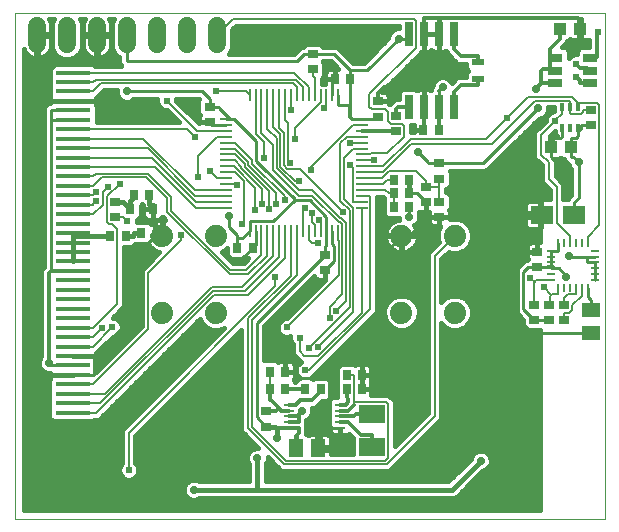
<source format=gbl>
G75*
%MOIN*%
%OFA0B0*%
%FSLAX25Y25*%
%IPPOS*%
%LPD*%
%AMOC8*
5,1,8,0,0,1.08239X$1,22.5*
%
%ADD10C,0.00000*%
%ADD11R,0.03937X0.00866*%
%ADD12R,0.00866X0.03937*%
%ADD13R,0.01142X0.02500*%
%ADD14R,0.01142X0.02756*%
%ADD15R,0.02500X0.01142*%
%ADD16R,0.02756X0.01142*%
%ADD17R,0.11811X0.01575*%
%ADD18R,0.01181X0.02559*%
%ADD19R,0.08661X0.06299*%
%ADD20R,0.03543X0.01142*%
%ADD21R,0.02756X0.03543*%
%ADD22R,0.03543X0.02756*%
%ADD23R,0.05118X0.05906*%
%ADD24R,0.05118X0.02756*%
%ADD25R,0.04331X0.02362*%
%ADD26R,0.03100X0.03500*%
%ADD27C,0.07400*%
%ADD28R,0.04331X0.03937*%
%ADD29R,0.05906X0.05118*%
%ADD30R,0.02600X0.08000*%
%ADD31R,0.07677X0.05906*%
%ADD32C,0.06000*%
%ADD33C,0.01000*%
%ADD34C,0.01181*%
%ADD35C,0.02775*%
%ADD36C,0.01600*%
%ADD37C,0.01575*%
%ADD38C,0.00600*%
%ADD39C,0.02400*%
D10*
X0001113Y0001800D02*
X0001113Y0170698D01*
X0197767Y0170698D01*
X0197767Y0001800D01*
X0001113Y0001800D01*
D11*
X0071546Y0105698D03*
X0071546Y0107666D03*
X0071546Y0109635D03*
X0071546Y0111603D03*
X0071546Y0113572D03*
X0071546Y0115540D03*
X0071546Y0117509D03*
X0071546Y0119477D03*
X0071546Y0121446D03*
X0071546Y0123414D03*
X0071546Y0125383D03*
X0071546Y0127351D03*
X0071546Y0129320D03*
X0071546Y0131288D03*
X0071546Y0133257D03*
X0071546Y0135225D03*
X0116822Y0135225D03*
X0116822Y0133257D03*
X0116822Y0131288D03*
X0116822Y0129320D03*
X0116822Y0127351D03*
X0116822Y0125383D03*
X0116822Y0123414D03*
X0116822Y0121446D03*
X0116822Y0119477D03*
X0116822Y0117509D03*
X0116822Y0115540D03*
X0116822Y0113572D03*
X0116822Y0111603D03*
X0116822Y0109635D03*
X0116822Y0107666D03*
X0116822Y0105698D03*
D12*
X0108948Y0097824D03*
X0106979Y0097824D03*
X0105011Y0097824D03*
X0103042Y0097824D03*
X0101074Y0097824D03*
X0099105Y0097824D03*
X0097137Y0097824D03*
X0095168Y0097824D03*
X0093200Y0097824D03*
X0091231Y0097824D03*
X0089263Y0097824D03*
X0087294Y0097824D03*
X0085326Y0097824D03*
X0083357Y0097824D03*
X0081389Y0097824D03*
X0079420Y0097824D03*
X0079420Y0143099D03*
X0081389Y0143099D03*
X0083357Y0143099D03*
X0085326Y0143099D03*
X0087294Y0143099D03*
X0089263Y0143099D03*
X0091231Y0143099D03*
X0093200Y0143099D03*
X0095168Y0143099D03*
X0097137Y0143099D03*
X0099105Y0143099D03*
X0101074Y0143099D03*
X0103042Y0143099D03*
X0105011Y0143099D03*
X0106979Y0143099D03*
X0108948Y0143099D03*
D13*
X0182215Y0093828D03*
X0192058Y0093828D03*
X0192058Y0079064D03*
X0182215Y0079064D03*
D14*
X0184184Y0079064D03*
X0186152Y0079064D03*
X0188121Y0079064D03*
X0190089Y0079064D03*
X0190089Y0093828D03*
X0188121Y0093828D03*
X0186152Y0093828D03*
X0184184Y0093828D03*
D15*
X0179755Y0091367D03*
X0179755Y0081524D03*
X0194519Y0081524D03*
X0194519Y0091367D03*
D16*
X0194519Y0089398D03*
X0194519Y0087430D03*
X0194519Y0085461D03*
X0194519Y0083493D03*
X0179755Y0083493D03*
X0179755Y0085461D03*
X0179755Y0087430D03*
X0179755Y0089398D03*
D17*
X0020483Y0090894D03*
X0020483Y0094044D03*
X0020483Y0097194D03*
X0020483Y0100343D03*
X0020483Y0103493D03*
X0020483Y0106643D03*
X0020483Y0109792D03*
X0020483Y0112942D03*
X0020483Y0116091D03*
X0020483Y0119241D03*
X0020483Y0122391D03*
X0020483Y0125540D03*
X0020483Y0128690D03*
X0020483Y0131839D03*
X0020483Y0134989D03*
X0020483Y0138139D03*
X0020483Y0141288D03*
X0020483Y0144438D03*
X0020483Y0147587D03*
X0020483Y0150737D03*
X0020483Y0087745D03*
X0020483Y0084595D03*
X0020483Y0081446D03*
X0020483Y0078296D03*
X0020483Y0075146D03*
X0020483Y0071997D03*
X0020483Y0068847D03*
X0020483Y0065698D03*
X0020483Y0062548D03*
X0020483Y0059398D03*
X0020483Y0056249D03*
X0020483Y0053099D03*
X0020483Y0049950D03*
X0020483Y0046800D03*
X0020483Y0043650D03*
X0020483Y0040501D03*
X0020483Y0037351D03*
D18*
X0183593Y0132115D03*
X0186152Y0132115D03*
X0188711Y0132115D03*
X0188711Y0139202D03*
X0186152Y0139202D03*
X0183593Y0139202D03*
D19*
X0120207Y0036839D03*
X0120207Y0025816D03*
D20*
X0109617Y0032154D03*
X0109617Y0034123D03*
X0109617Y0036091D03*
X0109617Y0038060D03*
X0109617Y0040028D03*
X0092688Y0040028D03*
X0092688Y0038060D03*
X0092688Y0036091D03*
X0092688Y0034123D03*
X0092688Y0032154D03*
D21*
X0091270Y0045107D03*
X0086152Y0045107D03*
X0086152Y0051013D03*
X0091270Y0051013D03*
X0097963Y0045107D03*
X0103081Y0045107D03*
X0111743Y0045107D03*
X0111743Y0050028D03*
X0116861Y0050028D03*
X0116861Y0045107D03*
X0080444Y0092351D03*
X0075326Y0092351D03*
X0045995Y0110068D03*
X0040877Y0110068D03*
X0038121Y0096288D03*
X0033003Y0096288D03*
X0107806Y0148454D03*
X0112924Y0148454D03*
X0137333Y0131721D03*
X0142452Y0131721D03*
X0132609Y0114989D03*
X0132609Y0110461D03*
X0132609Y0105934D03*
X0127491Y0105934D03*
X0127491Y0110461D03*
X0127491Y0114989D03*
D22*
X0138121Y0112627D03*
X0138121Y0107509D03*
X0142648Y0107706D03*
X0142648Y0102587D03*
X0142648Y0115383D03*
X0142648Y0120501D03*
X0128081Y0131131D03*
X0128081Y0136249D03*
X0122176Y0136052D03*
X0122176Y0141170D03*
X0100522Y0151800D03*
X0100522Y0156918D03*
X0066074Y0139202D03*
X0066074Y0134083D03*
X0034578Y0107706D03*
X0034578Y0102587D03*
X0104459Y0089989D03*
X0104459Y0084871D03*
X0084774Y0037824D03*
X0084774Y0032706D03*
X0174341Y0068139D03*
X0179263Y0068139D03*
X0184184Y0068139D03*
X0184184Y0073257D03*
X0179263Y0073257D03*
X0174341Y0073257D03*
X0175326Y0085855D03*
X0175326Y0090973D03*
X0193042Y0133099D03*
X0193042Y0138217D03*
D23*
X0102294Y0025422D03*
X0094814Y0025422D03*
D24*
X0181330Y0147076D03*
X0181330Y0151406D03*
X0181330Y0155737D03*
X0192944Y0155737D03*
X0192944Y0151406D03*
X0192944Y0147076D03*
D25*
X0155641Y0148650D03*
X0155641Y0154162D03*
D26*
X0047136Y0105209D03*
X0039536Y0105209D03*
X0043336Y0097209D03*
D27*
X0050284Y0096293D03*
X0068084Y0096293D03*
X0068084Y0070693D03*
X0050284Y0070693D03*
X0130008Y0070693D03*
X0147808Y0070693D03*
X0147808Y0096293D03*
X0130008Y0096293D03*
D28*
X0179853Y0125816D03*
X0186546Y0125816D03*
X0189499Y0165186D03*
X0182806Y0165186D03*
D29*
X0193042Y0071485D03*
X0193042Y0064005D03*
D30*
X0147393Y0139306D03*
X0142393Y0139306D03*
X0137393Y0139306D03*
X0132393Y0139306D03*
X0132393Y0163506D03*
X0137393Y0163506D03*
X0142393Y0163506D03*
X0147393Y0163506D03*
D31*
X0176802Y0103178D03*
X0187629Y0103178D03*
D32*
X0068515Y0160217D02*
X0068515Y0166217D01*
X0058515Y0166217D02*
X0058515Y0160217D01*
X0048515Y0160217D02*
X0048515Y0166217D01*
X0038515Y0166217D02*
X0038515Y0160217D01*
X0028515Y0160217D02*
X0028515Y0166217D01*
X0018515Y0166217D02*
X0018515Y0160217D01*
X0008515Y0160217D02*
X0008515Y0166217D01*
D33*
X0008515Y0163217D02*
X0008515Y0155930D01*
X0012826Y0151619D01*
X0014946Y0153739D01*
X0019036Y0153739D01*
X0021227Y0155930D01*
X0028515Y0155930D01*
X0028515Y0163217D01*
X0038515Y0163217D02*
X0038515Y0154552D01*
X0095097Y0154552D01*
X0097463Y0156918D01*
X0100522Y0156918D01*
X0107519Y0156918D01*
X0112924Y0151513D01*
X0118487Y0151513D01*
X0129029Y0162055D01*
X0132393Y0162055D01*
X0132393Y0163506D01*
X0112924Y0151513D02*
X0112924Y0148454D01*
X0112924Y0145394D01*
X0112924Y0140003D01*
X0112764Y0139843D01*
X0108948Y0139843D01*
X0108948Y0143099D01*
X0106979Y0143099D02*
X0106979Y0147627D01*
X0107806Y0148454D01*
X0107806Y0152369D01*
X0113566Y0135225D02*
X0116822Y0135225D01*
X0120865Y0135225D01*
X0121692Y0136052D02*
X0122176Y0136052D01*
X0135455Y0124351D02*
X0138802Y0121004D01*
X0138802Y0120501D01*
X0142648Y0120501D01*
X0157321Y0120501D01*
X0175572Y0138752D01*
X0183593Y0132115D02*
X0183593Y0129548D01*
X0183117Y0129072D01*
X0179853Y0129072D01*
X0179853Y0125816D01*
X0179853Y0122560D01*
X0182079Y0120334D01*
X0182079Y0119514D01*
X0186546Y0122560D02*
X0186546Y0125816D01*
X0186546Y0129072D01*
X0188235Y0129072D01*
X0188711Y0129548D01*
X0188711Y0130831D01*
X0188711Y0132115D01*
X0189983Y0132103D02*
X0189983Y0133099D01*
X0193042Y0133099D01*
X0189983Y0132103D02*
X0188711Y0130831D01*
X0187319Y0122560D02*
X0186546Y0122560D01*
X0187319Y0122560D02*
X0189036Y0120843D01*
X0189036Y0108825D01*
X0187629Y0107418D01*
X0187629Y0103178D01*
X0176802Y0103178D02*
X0176802Y0098938D01*
X0175326Y0097461D01*
X0175326Y0090973D01*
X0172266Y0090973D01*
X0171379Y0090086D01*
X0168707Y0090086D01*
X0168707Y0068787D01*
X0173490Y0064005D01*
X0164701Y0055216D01*
X0164701Y0020118D01*
X0123417Y0059643D02*
X0116861Y0053087D01*
X0116861Y0050028D01*
X0116861Y0045107D01*
X0116861Y0053087D02*
X0109829Y0053087D01*
X0105727Y0048986D01*
X0105747Y0048966D01*
X0105747Y0033115D01*
X0105672Y0033040D01*
X0106558Y0032154D02*
X0109617Y0032154D01*
X0095315Y0036091D02*
X0094883Y0036091D01*
X0084774Y0032706D02*
X0081715Y0035765D01*
X0081715Y0067245D01*
X0104459Y0089989D01*
X0104459Y0091216D01*
X0104459Y0092654D01*
X0105011Y0093206D01*
X0105011Y0097824D01*
X0105011Y0101080D01*
X0105011Y0102564D01*
X0099459Y0108116D01*
X0094620Y0108116D01*
X0094456Y0108279D01*
X0094456Y0108514D01*
X0083609Y0119362D01*
X0083469Y0119362D01*
X0081692Y0121139D01*
X0081692Y0127837D01*
X0074304Y0135225D01*
X0072925Y0135225D01*
X0071546Y0135225D01*
X0072925Y0135225D02*
X0069133Y0139018D01*
X0069133Y0139202D01*
X0066074Y0139202D01*
X0066074Y0141867D01*
X0063528Y0144412D01*
X0039096Y0144412D01*
X0038505Y0144438D01*
X0020483Y0141288D02*
X0013290Y0141288D01*
X0013290Y0151154D01*
X0012826Y0151619D01*
X0013290Y0141288D02*
X0009637Y0137636D01*
X0009441Y0052534D01*
X0012025Y0049950D01*
X0013290Y0049950D01*
X0020483Y0049950D01*
X0027676Y0049950D01*
X0027676Y0056249D01*
X0020483Y0056249D01*
X0020483Y0053099D02*
X0013290Y0053099D01*
X0013290Y0053197D01*
X0012523Y0053963D01*
X0027676Y0056249D02*
X0039884Y0068456D01*
X0039884Y0088395D01*
X0047782Y0096293D01*
X0050284Y0096293D01*
X0047136Y0105209D02*
X0047136Y0105868D01*
X0072542Y0103075D02*
X0072542Y0099224D01*
X0075326Y0096440D01*
X0075326Y0095410D01*
X0075326Y0092351D01*
X0077954Y0089862D02*
X0077954Y0088575D01*
X0077954Y0089862D02*
X0080444Y0092351D01*
X0081389Y0093296D01*
X0081389Y0097824D01*
X0079420Y0097824D02*
X0079420Y0101080D01*
X0087257Y0101080D01*
X0094456Y0108279D01*
X0106979Y0097824D02*
X0106979Y0093550D01*
X0107519Y0093010D01*
X0107519Y0087930D01*
X0104459Y0084871D01*
X0104459Y0082205D01*
X0097418Y0075164D01*
X0097418Y0075668D01*
X0097313Y0074881D01*
X0089258Y0066826D01*
X0089258Y0056085D01*
X0091270Y0054072D01*
X0091270Y0051013D01*
X0093936Y0051013D01*
X0095963Y0048986D01*
X0105727Y0048986D01*
X0123417Y0059643D02*
X0123417Y0089702D01*
X0130008Y0096293D01*
X0132507Y0096293D01*
X0138802Y0102587D01*
X0138802Y0103965D01*
X0138121Y0104646D01*
X0138121Y0107509D01*
X0135168Y0110461D01*
X0132609Y0110461D01*
X0132609Y0111930D01*
X0132609Y0114989D01*
X0132609Y0105934D02*
X0132609Y0103771D01*
X0132504Y0102695D01*
X0138802Y0102587D02*
X0142648Y0102587D01*
X0156206Y0102587D01*
X0165951Y0092843D01*
X0168707Y0090086D01*
X0172266Y0085855D02*
X0175326Y0085855D01*
X0178385Y0085855D01*
X0178765Y0086236D01*
X0179755Y0086236D01*
X0179755Y0087430D01*
X0179755Y0089398D01*
X0179832Y0089475D01*
X0179832Y0091290D01*
X0182215Y0091290D01*
X0182215Y0093828D01*
X0179755Y0091367D02*
X0179832Y0091290D01*
X0179755Y0086236D02*
X0180313Y0086236D01*
X0181087Y0085461D01*
X0179755Y0085461D01*
X0181087Y0085461D02*
X0182420Y0085461D01*
X0184959Y0082923D01*
X0184959Y0082610D01*
X0192058Y0079064D02*
X0192058Y0075928D01*
X0193042Y0074944D01*
X0193042Y0071485D01*
X0193042Y0064005D02*
X0173490Y0064005D01*
X0174341Y0068139D02*
X0176204Y0068139D01*
X0179263Y0068139D01*
X0174341Y0068139D02*
X0170495Y0071985D01*
X0170495Y0084083D01*
X0172266Y0085855D01*
X0185953Y0089724D02*
X0186278Y0089398D01*
X0191853Y0089398D01*
X0194519Y0089398D01*
X0194519Y0087430D02*
X0191853Y0087430D01*
X0191853Y0089398D01*
X0194519Y0087430D02*
X0194519Y0085461D01*
X0194519Y0083493D01*
X0194519Y0081524D01*
X0176802Y0103178D02*
X0176802Y0107418D01*
X0175678Y0108542D01*
X0175678Y0120669D01*
X0143239Y0131040D02*
X0142452Y0131721D01*
X0142393Y0131887D02*
X0143239Y0131040D01*
X0137530Y0131733D02*
X0137530Y0132024D01*
X0137393Y0132871D01*
X0137530Y0131733D02*
X0137333Y0131721D01*
X0142393Y0139306D02*
X0142393Y0144594D01*
X0142532Y0144594D01*
X0179406Y0151406D02*
X0181330Y0151406D01*
X0179459Y0151800D02*
X0179406Y0151406D01*
X0179406Y0155737D02*
X0181330Y0155737D01*
X0079420Y0097824D02*
X0077007Y0095410D01*
X0075326Y0095410D01*
X0071546Y0133257D02*
X0066900Y0133257D01*
X0066074Y0134083D01*
X0063015Y0134083D01*
X0063015Y0134365D01*
X0062289Y0135091D01*
X0020483Y0134989D02*
X0013737Y0134989D01*
X0013290Y0134989D01*
X0013290Y0138139D01*
X0020483Y0138139D01*
X0013290Y0134989D02*
X0013290Y0084595D01*
X0013737Y0084595D01*
D34*
X0020483Y0084595D01*
X0013290Y0084595D02*
X0012523Y0083828D01*
X0012523Y0053963D01*
X0084774Y0037824D02*
X0088037Y0037824D01*
X0089066Y0038853D01*
X0089223Y0038853D01*
X0090016Y0038060D01*
X0092688Y0038060D01*
X0092688Y0040028D02*
X0094769Y0040028D01*
X0096240Y0041499D01*
X0100175Y0041499D01*
X0102181Y0043505D01*
X0097963Y0045107D02*
X0091270Y0045107D01*
X0086349Y0044713D02*
X0086349Y0041569D01*
X0086743Y0041176D01*
X0089066Y0038853D01*
X0092688Y0036091D02*
X0094217Y0036091D01*
X0094883Y0036091D01*
X0095315Y0036091D02*
X0095747Y0036091D01*
X0095747Y0034123D01*
X0092688Y0034123D01*
X0092688Y0032154D02*
X0088385Y0032154D01*
X0092688Y0032154D02*
X0095747Y0032154D01*
X0095747Y0030595D01*
X0094814Y0029662D01*
X0095315Y0036091D02*
X0096616Y0037392D01*
X0096813Y0037910D01*
X0086349Y0044713D02*
X0086152Y0045107D01*
X0109617Y0040028D02*
X0111466Y0040028D01*
X0112289Y0040851D01*
X0112289Y0041890D01*
X0111743Y0042435D01*
X0111743Y0045107D01*
X0114208Y0039979D02*
X0112289Y0038060D01*
X0109617Y0038060D01*
X0109617Y0036091D02*
X0114229Y0036091D01*
X0114977Y0036839D01*
X0120207Y0036839D01*
X0120207Y0029865D02*
X0116546Y0029865D01*
X0112289Y0034123D01*
X0109617Y0034123D01*
X0120207Y0029865D02*
X0120207Y0025816D01*
X0125410Y0131131D02*
X0128081Y0131131D01*
X0125410Y0131131D02*
X0125252Y0131288D01*
X0119690Y0131288D01*
X0116822Y0131288D01*
X0113566Y0135225D02*
X0112764Y0136027D01*
X0112764Y0139843D01*
X0120865Y0135225D02*
X0121692Y0136052D01*
X0122176Y0141170D02*
X0122176Y0143835D01*
X0124312Y0145972D01*
X0127167Y0145972D01*
X0125789Y0146070D01*
X0127167Y0145972D02*
X0137393Y0145972D01*
X0137393Y0139306D01*
X0137393Y0132871D01*
X0142393Y0131887D02*
X0142393Y0139306D01*
X0147393Y0139306D02*
X0147393Y0144206D01*
X0149755Y0146569D01*
X0155641Y0146569D01*
X0155641Y0148650D01*
X0155641Y0154162D02*
X0155641Y0156243D01*
X0149755Y0156243D01*
X0147393Y0158606D01*
X0147393Y0163506D01*
X0142393Y0163506D02*
X0142393Y0168347D01*
X0142393Y0168991D01*
X0137393Y0168991D01*
X0137393Y0163506D01*
X0137393Y0145972D01*
X0142532Y0144594D02*
X0143695Y0145757D01*
X0132393Y0139306D02*
X0128861Y0139306D01*
X0128081Y0138527D01*
X0128081Y0136249D01*
X0142393Y0168991D02*
X0188950Y0168991D01*
X0189499Y0168442D01*
X0189499Y0165186D01*
X0189499Y0159940D01*
X0187546Y0157987D01*
X0188286Y0153594D02*
X0189485Y0152395D01*
X0191847Y0152391D01*
X0192944Y0151406D01*
X0192944Y0155737D02*
X0195222Y0155934D01*
X0195222Y0163750D01*
X0195559Y0164398D01*
X0182806Y0165186D02*
X0182806Y0161930D01*
X0179406Y0158530D01*
X0179406Y0155737D01*
X0179406Y0151406D01*
X0179459Y0151800D02*
X0177044Y0151800D01*
X0176499Y0151255D01*
X0176499Y0147076D01*
X0181330Y0147076D01*
X0176499Y0147076D02*
X0174720Y0145297D01*
X0188297Y0149393D02*
X0189485Y0148205D01*
X0189485Y0147076D01*
X0192944Y0147076D01*
D35*
X0187546Y0157987D03*
X0174720Y0145297D03*
X0175572Y0138752D03*
X0175678Y0120669D03*
X0182079Y0119514D03*
X0189036Y0120843D03*
X0165951Y0092843D03*
X0185953Y0089724D03*
X0184959Y0082610D03*
X0160562Y0051013D03*
X0154656Y0051013D03*
X0154656Y0047076D03*
X0154656Y0043139D03*
X0148751Y0043139D03*
X0148751Y0047076D03*
X0148751Y0051013D03*
X0136940Y0051013D03*
X0136940Y0047076D03*
X0136940Y0043139D03*
X0136940Y0039202D03*
X0131034Y0039202D03*
X0131034Y0043139D03*
X0131034Y0047076D03*
X0131034Y0051013D03*
X0131034Y0035265D03*
X0131034Y0031328D03*
X0136940Y0027391D03*
X0142845Y0031328D03*
X0148751Y0027391D03*
X0148751Y0023454D03*
X0154656Y0027391D03*
X0154656Y0031328D03*
X0160562Y0031328D03*
X0160562Y0035265D03*
X0166467Y0035265D03*
X0166467Y0031328D03*
X0166467Y0027391D03*
X0166467Y0023454D03*
X0164701Y0020118D03*
X0160562Y0027391D03*
X0156428Y0021288D03*
X0174341Y0023454D03*
X0174341Y0027391D03*
X0174341Y0031328D03*
X0174341Y0035265D03*
X0174341Y0039202D03*
X0166467Y0039202D03*
X0160562Y0039202D03*
X0148751Y0039202D03*
X0099538Y0080540D03*
X0097418Y0075668D03*
X0093633Y0074635D03*
X0077954Y0088575D03*
X0072542Y0103075D03*
X0042452Y0090383D03*
X0042452Y0086446D03*
X0042452Y0082509D03*
X0042452Y0078572D03*
X0038515Y0078572D03*
X0038515Y0082509D03*
X0038515Y0086446D03*
X0038515Y0090383D03*
X0038515Y0074635D03*
X0042452Y0074635D03*
X0042452Y0070698D03*
X0038515Y0070698D03*
X0012523Y0053963D03*
X0008987Y0049044D03*
X0008987Y0045107D03*
X0008987Y0041170D03*
X0008987Y0037233D03*
X0008987Y0033296D03*
X0008987Y0029359D03*
X0008987Y0025422D03*
X0008987Y0021485D03*
X0012924Y0021485D03*
X0012924Y0025422D03*
X0012924Y0029359D03*
X0012924Y0033296D03*
X0012924Y0017548D03*
X0008987Y0009674D03*
X0008987Y0005737D03*
X0005050Y0005737D03*
X0005050Y0009674D03*
X0005050Y0013611D03*
X0012924Y0005737D03*
X0056231Y0033296D03*
X0060168Y0033296D03*
X0060168Y0037233D03*
X0056231Y0037233D03*
X0056231Y0041170D03*
X0060168Y0041170D03*
X0064105Y0037233D03*
X0071979Y0041170D03*
X0071979Y0045107D03*
X0071979Y0049044D03*
X0071979Y0052981D03*
X0075916Y0052981D03*
X0075916Y0049044D03*
X0075916Y0045107D03*
X0075916Y0041170D03*
X0088515Y0028769D03*
X0082019Y0022272D03*
X0096813Y0037910D03*
X0071979Y0056918D03*
X0060759Y0011643D03*
X0008987Y0074635D03*
X0008987Y0078572D03*
X0008987Y0082509D03*
X0008987Y0086446D03*
X0008987Y0090383D03*
X0008987Y0094320D03*
X0008987Y0098257D03*
X0008987Y0102194D03*
X0008987Y0106131D03*
X0008987Y0110068D03*
X0008987Y0114005D03*
X0008987Y0117942D03*
X0030641Y0137627D03*
X0034578Y0137627D03*
X0038515Y0137627D03*
X0042452Y0137627D03*
X0046389Y0137627D03*
X0038505Y0144438D03*
X0030641Y0141564D03*
X0062289Y0135091D03*
X0083790Y0159280D03*
X0089696Y0159280D03*
X0095601Y0159280D03*
X0095601Y0165186D03*
X0089696Y0165186D03*
X0083790Y0165186D03*
X0101507Y0165186D03*
X0107412Y0165186D03*
X0113318Y0165186D03*
X0119223Y0165186D03*
X0119223Y0159280D03*
X0113318Y0159280D03*
X0107806Y0152369D03*
X0125789Y0146070D03*
X0129029Y0162055D03*
X0143695Y0145757D03*
X0135455Y0124351D03*
X0132504Y0102695D03*
D36*
X0105672Y0033040D02*
X0106558Y0032154D01*
X0105672Y0033040D02*
X0102294Y0029662D01*
X0102294Y0025422D01*
X0094814Y0025422D02*
X0094814Y0029662D01*
X0088385Y0028898D02*
X0088385Y0032154D01*
X0087834Y0032706D01*
X0086152Y0032706D01*
X0082019Y0022272D02*
X0082019Y0013808D01*
X0082019Y0011643D01*
X0060759Y0011643D01*
X0146782Y0011643D02*
X0156428Y0021288D01*
X0047782Y0096293D02*
X0047782Y0101526D01*
X0047136Y0102172D01*
X0047136Y0105209D01*
X0047136Y0105868D02*
X0045995Y0107009D01*
X0045995Y0110068D01*
X0040877Y0109200D02*
X0039536Y0107859D01*
X0039536Y0106662D01*
X0038292Y0106662D01*
X0037249Y0107706D01*
X0034578Y0107706D01*
X0033003Y0096288D02*
X0030725Y0096288D01*
X0020483Y0096288D01*
X0020483Y0094044D01*
X0020483Y0090894D01*
X0020483Y0087745D01*
X0038121Y0096288D02*
X0040399Y0096288D01*
X0040886Y0096775D01*
X0040886Y0097209D01*
X0043336Y0097209D01*
D37*
X0046873Y0096506D02*
X0050071Y0096506D01*
X0050071Y0101780D01*
X0049852Y0101780D01*
X0048999Y0101645D01*
X0048177Y0101378D01*
X0047408Y0100986D01*
X0046709Y0100478D01*
X0046443Y0100213D01*
X0045709Y0100947D01*
X0041785Y0100947D01*
X0041785Y0101472D01*
X0041909Y0101472D01*
X0043073Y0102636D01*
X0043073Y0106309D01*
X0043078Y0106309D01*
X0043593Y0106823D01*
X0043798Y0106705D01*
X0043798Y0105209D01*
X0043798Y0103224D01*
X0043920Y0102770D01*
X0044156Y0102362D01*
X0044488Y0102029D01*
X0044896Y0101794D01*
X0045351Y0101672D01*
X0047136Y0101672D01*
X0048921Y0101672D01*
X0049376Y0101794D01*
X0049783Y0102029D01*
X0050116Y0102362D01*
X0050281Y0102647D01*
X0050818Y0102111D01*
X0051229Y0101699D01*
X0050716Y0101780D01*
X0050496Y0101780D01*
X0050496Y0096506D01*
X0050071Y0096506D01*
X0050071Y0096080D01*
X0046873Y0096080D01*
X0046873Y0096506D01*
X0046873Y0096199D02*
X0050071Y0096199D01*
X0050071Y0097772D02*
X0050496Y0097772D01*
X0050496Y0099345D02*
X0050071Y0099345D01*
X0050071Y0100919D02*
X0050496Y0100919D01*
X0050818Y0102111D02*
X0050818Y0102111D01*
X0050436Y0102492D02*
X0050191Y0102492D01*
X0047136Y0102492D02*
X0047136Y0102492D01*
X0047136Y0101672D02*
X0047136Y0105209D01*
X0047136Y0105209D01*
X0047136Y0101672D01*
X0047315Y0100919D02*
X0045737Y0100919D01*
X0044080Y0102492D02*
X0042929Y0102492D01*
X0043073Y0104065D02*
X0043798Y0104065D01*
X0043798Y0105209D02*
X0047136Y0105209D01*
X0047136Y0105209D01*
X0043798Y0105209D01*
X0043798Y0105639D02*
X0043073Y0105639D01*
X0047136Y0105639D02*
X0047136Y0105639D01*
X0047136Y0105210D02*
X0047136Y0106509D01*
X0047136Y0106509D01*
X0047136Y0105210D01*
X0047136Y0105210D01*
X0047136Y0104065D02*
X0047136Y0104065D01*
X0045563Y0093472D02*
X0041265Y0093472D01*
X0040322Y0092529D01*
X0037568Y0092529D01*
X0037568Y0074637D01*
X0037568Y0072742D01*
X0033800Y0068974D01*
X0034284Y0068974D01*
X0035455Y0068489D01*
X0036352Y0067592D01*
X0036837Y0066421D01*
X0036837Y0065153D01*
X0036352Y0063981D01*
X0035455Y0063085D01*
X0034284Y0062599D01*
X0033725Y0062599D01*
X0029576Y0058451D01*
X0028236Y0057111D01*
X0028176Y0057111D01*
X0028176Y0056249D01*
X0020483Y0056249D01*
X0020483Y0056249D01*
X0028176Y0056249D01*
X0028176Y0055226D01*
X0028109Y0054977D01*
X0028376Y0054710D01*
X0028376Y0051489D01*
X0028109Y0051222D01*
X0028176Y0050972D01*
X0028176Y0050922D01*
X0043372Y0066118D01*
X0043372Y0085001D01*
X0049269Y0090898D01*
X0048999Y0090941D01*
X0048177Y0091208D01*
X0047408Y0091600D01*
X0046709Y0092107D01*
X0046098Y0092718D01*
X0045591Y0093417D01*
X0045563Y0093472D01*
X0045856Y0093052D02*
X0040845Y0093052D01*
X0037568Y0091479D02*
X0047645Y0091479D01*
X0048277Y0089906D02*
X0037568Y0089906D01*
X0037568Y0088332D02*
X0046704Y0088332D01*
X0045131Y0086759D02*
X0037568Y0086759D01*
X0037568Y0085186D02*
X0043557Y0085186D01*
X0043372Y0083612D02*
X0037568Y0083612D01*
X0037568Y0082039D02*
X0043372Y0082039D01*
X0043372Y0080466D02*
X0037568Y0080466D01*
X0037568Y0078892D02*
X0043372Y0078892D01*
X0043372Y0077319D02*
X0037568Y0077319D01*
X0037568Y0075746D02*
X0043372Y0075746D01*
X0043372Y0074172D02*
X0037568Y0074172D01*
X0037425Y0072599D02*
X0043372Y0072599D01*
X0043372Y0071026D02*
X0035852Y0071026D01*
X0034278Y0069453D02*
X0043372Y0069453D01*
X0043372Y0067879D02*
X0036065Y0067879D01*
X0036837Y0066306D02*
X0043372Y0066306D01*
X0041986Y0064733D02*
X0036663Y0064733D01*
X0035530Y0063159D02*
X0040413Y0063159D01*
X0038840Y0061586D02*
X0032711Y0061586D01*
X0031138Y0060013D02*
X0037266Y0060013D01*
X0035693Y0058439D02*
X0029564Y0058439D01*
X0028176Y0056866D02*
X0034120Y0056866D01*
X0032546Y0055293D02*
X0028176Y0055293D01*
X0028376Y0053719D02*
X0030973Y0053719D01*
X0029400Y0052146D02*
X0028376Y0052146D01*
X0020483Y0049950D02*
X0020483Y0049950D01*
X0012790Y0049950D01*
X0012790Y0050589D01*
X0011852Y0050589D01*
X0010612Y0051102D01*
X0009662Y0052052D01*
X0009148Y0053292D01*
X0009148Y0054635D01*
X0009662Y0055875D01*
X0009945Y0056158D01*
X0009945Y0084341D01*
X0010338Y0085289D01*
X0010803Y0085754D01*
X0010803Y0138633D01*
X0011181Y0139548D01*
X0011881Y0140247D01*
X0012790Y0140624D01*
X0012790Y0141288D01*
X0020483Y0141288D01*
X0020483Y0141288D01*
X0020483Y0141288D01*
X0028176Y0141288D01*
X0028176Y0140265D01*
X0028109Y0140016D01*
X0028376Y0139749D01*
X0028376Y0134127D01*
X0055729Y0134127D01*
X0051709Y0138147D01*
X0051122Y0138147D01*
X0049951Y0138632D01*
X0049054Y0139529D01*
X0048569Y0140700D01*
X0048569Y0141925D01*
X0040765Y0141925D01*
X0040417Y0141577D01*
X0039177Y0141063D01*
X0037834Y0141063D01*
X0036594Y0141577D01*
X0035644Y0142526D01*
X0035130Y0143766D01*
X0035130Y0144850D01*
X0030936Y0144850D01*
X0028236Y0142150D01*
X0028176Y0142150D01*
X0028176Y0141288D01*
X0020483Y0141288D01*
X0012790Y0141288D01*
X0012790Y0142311D01*
X0012857Y0142560D01*
X0012590Y0142827D01*
X0012590Y0152348D01*
X0013754Y0153512D01*
X0027212Y0153512D01*
X0027699Y0153024D01*
X0036524Y0153024D01*
X0036406Y0153143D01*
X0036027Y0154057D01*
X0036027Y0155849D01*
X0035689Y0155989D01*
X0034286Y0157392D01*
X0033527Y0159225D01*
X0033527Y0167209D01*
X0034149Y0168710D01*
X0032617Y0168710D01*
X0032951Y0168055D01*
X0033184Y0167338D01*
X0033302Y0166594D01*
X0033302Y0163430D01*
X0028727Y0163430D01*
X0028727Y0163005D01*
X0033302Y0163005D01*
X0033302Y0159841D01*
X0033184Y0159096D01*
X0032951Y0158380D01*
X0032609Y0157708D01*
X0032166Y0157099D01*
X0031633Y0156566D01*
X0031024Y0156123D01*
X0030352Y0155781D01*
X0029636Y0155548D01*
X0028891Y0155430D01*
X0028727Y0155430D01*
X0028727Y0163005D01*
X0028302Y0163005D01*
X0023727Y0163005D01*
X0023727Y0159841D01*
X0023845Y0159096D01*
X0024078Y0158380D01*
X0024420Y0157708D01*
X0024863Y0157099D01*
X0025396Y0156566D01*
X0026005Y0156123D01*
X0026677Y0155781D01*
X0027394Y0155548D01*
X0028138Y0155430D01*
X0028302Y0155430D01*
X0028302Y0163005D01*
X0028302Y0163430D01*
X0023727Y0163430D01*
X0023727Y0166594D01*
X0023845Y0167338D01*
X0024078Y0168055D01*
X0024412Y0168710D01*
X0022880Y0168710D01*
X0023502Y0167209D01*
X0023502Y0159225D01*
X0022743Y0157392D01*
X0021340Y0155989D01*
X0019507Y0155230D01*
X0017523Y0155230D01*
X0015689Y0155989D01*
X0014286Y0157392D01*
X0013527Y0159225D01*
X0013527Y0167209D01*
X0014149Y0168710D01*
X0012617Y0168710D01*
X0012951Y0168055D01*
X0013184Y0167338D01*
X0013302Y0166594D01*
X0013302Y0163430D01*
X0008727Y0163430D01*
X0008727Y0163005D01*
X0013302Y0163005D01*
X0013302Y0159841D01*
X0013184Y0159096D01*
X0012951Y0158380D01*
X0012609Y0157708D01*
X0012166Y0157099D01*
X0011633Y0156566D01*
X0011024Y0156123D01*
X0010352Y0155781D01*
X0009636Y0155548D01*
X0008891Y0155430D01*
X0008727Y0155430D01*
X0008727Y0163005D01*
X0008302Y0163005D01*
X0008302Y0155430D01*
X0008138Y0155430D01*
X0007394Y0155548D01*
X0006677Y0155781D01*
X0006005Y0156123D01*
X0005396Y0156566D01*
X0004863Y0157099D01*
X0004420Y0157708D01*
X0004078Y0158380D01*
X0004066Y0158417D01*
X0004066Y0004753D01*
X0176310Y0004753D01*
X0176310Y0064773D01*
X0171746Y0064773D01*
X0170582Y0065937D01*
X0170582Y0068380D01*
X0168386Y0070576D01*
X0168007Y0071490D01*
X0168007Y0084578D01*
X0168386Y0085492D01*
X0169086Y0086192D01*
X0170158Y0087264D01*
X0170857Y0087964D01*
X0171772Y0088343D01*
X0171853Y0088343D01*
X0172081Y0088571D01*
X0171888Y0088905D01*
X0171767Y0089360D01*
X0171767Y0090973D01*
X0175325Y0090973D01*
X0175325Y0090973D01*
X0171767Y0090973D01*
X0171767Y0092586D01*
X0171888Y0093041D01*
X0172124Y0093449D01*
X0172456Y0093781D01*
X0172864Y0094017D01*
X0173319Y0094139D01*
X0175326Y0094139D01*
X0175326Y0090973D01*
X0175326Y0090973D01*
X0175326Y0094139D01*
X0176310Y0094139D01*
X0176310Y0102489D01*
X0176113Y0102489D01*
X0171176Y0102489D01*
X0171176Y0099990D01*
X0171298Y0099535D01*
X0171533Y0099128D01*
X0171866Y0098795D01*
X0172273Y0098560D01*
X0172728Y0098438D01*
X0176113Y0098438D01*
X0176113Y0102489D01*
X0176113Y0103867D01*
X0176113Y0107918D01*
X0172728Y0107918D01*
X0172273Y0107796D01*
X0171866Y0107561D01*
X0171533Y0107228D01*
X0171298Y0106821D01*
X0171176Y0106366D01*
X0171176Y0103867D01*
X0176113Y0103867D01*
X0176310Y0103867D01*
X0176310Y0108493D01*
X0179441Y0108493D01*
X0179441Y0111546D01*
X0176822Y0114165D01*
X0176793Y0114194D01*
X0176793Y0119945D01*
X0174341Y0122397D01*
X0174313Y0122425D01*
X0174313Y0130829D01*
X0178156Y0134672D01*
X0178156Y0135259D01*
X0178642Y0136430D01*
X0179538Y0137327D01*
X0180710Y0137812D01*
X0181015Y0137812D01*
X0181015Y0139094D01*
X0178947Y0139094D01*
X0178947Y0138081D01*
X0178433Y0136840D01*
X0177484Y0135891D01*
X0176244Y0135377D01*
X0175715Y0135377D01*
X0159430Y0119092D01*
X0158730Y0118392D01*
X0157816Y0118013D01*
X0146121Y0118013D01*
X0146050Y0117942D01*
X0146407Y0117584D01*
X0146407Y0113182D01*
X0145243Y0112017D01*
X0144936Y0112017D01*
X0144936Y0111071D01*
X0145243Y0111071D01*
X0146407Y0109907D01*
X0146407Y0105504D01*
X0145893Y0104990D01*
X0146086Y0104655D01*
X0146207Y0104201D01*
X0146207Y0102587D01*
X0142649Y0102587D01*
X0142649Y0102587D01*
X0142648Y0102587D02*
X0142648Y0099422D01*
X0142648Y0102587D01*
X0142648Y0102587D01*
X0139089Y0102587D01*
X0139089Y0100974D01*
X0139211Y0100520D01*
X0139446Y0100112D01*
X0139779Y0099779D01*
X0140187Y0099544D01*
X0140641Y0099422D01*
X0142648Y0099422D01*
X0142948Y0099422D01*
X0142121Y0097424D01*
X0142121Y0095162D01*
X0142508Y0094227D01*
X0138781Y0090500D01*
X0138781Y0037152D01*
X0127741Y0026112D01*
X0127741Y0041317D01*
X0127217Y0041841D01*
X0125877Y0043181D01*
X0120026Y0043181D01*
X0120026Y0045107D01*
X0116861Y0045107D01*
X0116861Y0045107D01*
X0120026Y0045107D01*
X0120026Y0047114D01*
X0119905Y0047568D01*
X0120026Y0048021D01*
X0120026Y0050028D01*
X0116861Y0050028D01*
X0116861Y0050028D01*
X0116861Y0045107D01*
X0116861Y0045107D01*
X0116861Y0048666D01*
X0116861Y0050028D01*
X0116861Y0050028D01*
X0120026Y0050028D01*
X0120026Y0052035D01*
X0119905Y0052490D01*
X0119669Y0052897D01*
X0119336Y0053230D01*
X0118929Y0053466D01*
X0118474Y0053587D01*
X0116861Y0053587D01*
X0115248Y0053587D01*
X0114793Y0053466D01*
X0114459Y0053273D01*
X0113944Y0053787D01*
X0109542Y0053787D01*
X0108378Y0052623D01*
X0108378Y0042587D01*
X0107022Y0042587D01*
X0105858Y0041422D01*
X0105858Y0032729D01*
X0106058Y0032529D01*
X0106058Y0032154D01*
X0106058Y0031348D01*
X0106180Y0030894D01*
X0106415Y0030486D01*
X0106748Y0030153D01*
X0107155Y0029918D01*
X0107610Y0029796D01*
X0109617Y0029796D01*
X0111624Y0029796D01*
X0112078Y0029918D01*
X0112486Y0030153D01*
X0112549Y0030216D01*
X0113889Y0028876D01*
X0113889Y0023669D01*
X0106641Y0023669D01*
X0106641Y0024930D01*
X0102786Y0024930D01*
X0102786Y0025914D01*
X0101802Y0025914D01*
X0101802Y0030162D01*
X0099500Y0030162D01*
X0099045Y0030040D01*
X0098711Y0029847D01*
X0098325Y0030233D01*
X0098325Y0032667D01*
X0098130Y0033139D01*
X0098325Y0033610D01*
X0098325Y0034883D01*
X0098724Y0035049D01*
X0099674Y0035998D01*
X0100188Y0037239D01*
X0100188Y0038581D01*
X0100047Y0038921D01*
X0100688Y0038921D01*
X0101636Y0039314D01*
X0103670Y0041348D01*
X0105283Y0041348D01*
X0106447Y0042512D01*
X0106447Y0047702D01*
X0105283Y0048866D01*
X0100880Y0048866D01*
X0100522Y0048508D01*
X0100165Y0048866D01*
X0099881Y0048866D01*
X0100201Y0049186D01*
X0100256Y0049186D01*
X0100571Y0049501D01*
X0101596Y0050526D01*
X0121662Y0070592D01*
X0121978Y0070907D01*
X0121978Y0109316D01*
X0123714Y0109316D01*
X0124126Y0108904D01*
X0124126Y0103339D01*
X0125290Y0102175D01*
X0129129Y0102175D01*
X0129129Y0102024D01*
X0129251Y0101729D01*
X0128723Y0101645D01*
X0127902Y0101378D01*
X0127132Y0100986D01*
X0126433Y0100478D01*
X0125823Y0099868D01*
X0125315Y0099169D01*
X0124923Y0098399D01*
X0124656Y0097578D01*
X0124521Y0096725D01*
X0124521Y0096506D01*
X0129796Y0096506D01*
X0129796Y0096080D01*
X0130221Y0096080D01*
X0130221Y0090806D01*
X0130440Y0090806D01*
X0131293Y0090941D01*
X0132115Y0091208D01*
X0132884Y0091600D01*
X0133583Y0092107D01*
X0134194Y0092718D01*
X0134702Y0093417D01*
X0135094Y0094186D01*
X0135361Y0095008D01*
X0135496Y0095861D01*
X0135496Y0096080D01*
X0130221Y0096080D01*
X0130221Y0096506D01*
X0135496Y0096506D01*
X0135496Y0096725D01*
X0135361Y0097578D01*
X0135094Y0098399D01*
X0134702Y0099169D01*
X0134264Y0099772D01*
X0134416Y0099834D01*
X0135365Y0100784D01*
X0135879Y0102024D01*
X0135879Y0103243D01*
X0135974Y0103339D01*
X0135974Y0104381D01*
X0136114Y0104343D01*
X0138121Y0104343D01*
X0139128Y0104343D01*
X0139089Y0104201D01*
X0139089Y0102587D01*
X0142648Y0102587D01*
X0142648Y0102587D01*
X0142649Y0102587D02*
X0146207Y0102587D01*
X0146207Y0101786D01*
X0146677Y0101980D01*
X0148940Y0101980D01*
X0151030Y0101114D01*
X0152630Y0099515D01*
X0153496Y0097424D01*
X0153496Y0095162D01*
X0152630Y0093071D01*
X0151030Y0091471D01*
X0148940Y0090606D01*
X0146677Y0090606D01*
X0145743Y0090992D01*
X0143356Y0088606D01*
X0143356Y0074284D01*
X0144587Y0075514D01*
X0146677Y0076380D01*
X0148940Y0076380D01*
X0151030Y0075514D01*
X0152630Y0073915D01*
X0153496Y0071824D01*
X0153496Y0069562D01*
X0152630Y0067471D01*
X0151030Y0065871D01*
X0148940Y0065006D01*
X0146677Y0065006D01*
X0144587Y0065871D01*
X0143356Y0067102D01*
X0143356Y0035257D01*
X0142016Y0033917D01*
X0125976Y0017878D01*
X0089970Y0017878D01*
X0088630Y0019217D01*
X0085393Y0022454D01*
X0085393Y0021601D01*
X0084880Y0020361D01*
X0084806Y0020287D01*
X0084806Y0014417D01*
X0145615Y0014417D01*
X0153053Y0021855D01*
X0153053Y0021959D01*
X0153567Y0023200D01*
X0154516Y0024149D01*
X0155757Y0024663D01*
X0157099Y0024663D01*
X0158340Y0024149D01*
X0159289Y0023200D01*
X0159803Y0021959D01*
X0159803Y0020617D01*
X0159289Y0019377D01*
X0158340Y0018427D01*
X0157099Y0017913D01*
X0156995Y0017913D01*
X0148361Y0009279D01*
X0147337Y0008855D01*
X0146228Y0008855D01*
X0146197Y0008868D01*
X0082603Y0008868D01*
X0082573Y0008855D01*
X0062744Y0008855D01*
X0062670Y0008781D01*
X0061430Y0008268D01*
X0060087Y0008268D01*
X0058847Y0008781D01*
X0057898Y0009731D01*
X0057384Y0010971D01*
X0057384Y0012314D01*
X0057898Y0013554D01*
X0058847Y0014504D01*
X0060087Y0015017D01*
X0061430Y0015017D01*
X0062670Y0014504D01*
X0062744Y0014430D01*
X0079231Y0014430D01*
X0079231Y0020287D01*
X0079157Y0020361D01*
X0078644Y0021601D01*
X0078644Y0022944D01*
X0079157Y0024184D01*
X0080107Y0025133D01*
X0081347Y0025647D01*
X0082200Y0025647D01*
X0076631Y0031216D01*
X0076631Y0064928D01*
X0041353Y0029650D01*
X0041353Y0020464D01*
X0041768Y0020049D01*
X0042253Y0018877D01*
X0042253Y0017609D01*
X0041768Y0016438D01*
X0040871Y0015541D01*
X0039700Y0015056D01*
X0038432Y0015056D01*
X0037260Y0015541D01*
X0036364Y0016438D01*
X0035878Y0017609D01*
X0035878Y0018877D01*
X0036364Y0020049D01*
X0036778Y0020464D01*
X0036778Y0031545D01*
X0038118Y0032885D01*
X0070963Y0065729D01*
X0069215Y0065006D01*
X0066953Y0065006D01*
X0064862Y0065871D01*
X0063262Y0067471D01*
X0062773Y0068653D01*
X0030524Y0036404D01*
X0029184Y0035064D01*
X0027699Y0035064D01*
X0027212Y0034576D01*
X0013754Y0034576D01*
X0012590Y0035741D01*
X0012590Y0048411D01*
X0012857Y0048677D01*
X0012790Y0048927D01*
X0012790Y0049950D01*
X0020483Y0049950D01*
X0012790Y0050573D02*
X0004066Y0050573D01*
X0004066Y0052146D02*
X0009623Y0052146D01*
X0009148Y0053719D02*
X0004066Y0053719D01*
X0004066Y0055293D02*
X0009421Y0055293D01*
X0009945Y0056866D02*
X0004066Y0056866D01*
X0004066Y0058439D02*
X0009945Y0058439D01*
X0009945Y0060013D02*
X0004066Y0060013D01*
X0004066Y0061586D02*
X0009945Y0061586D01*
X0009945Y0063159D02*
X0004066Y0063159D01*
X0004066Y0064733D02*
X0009945Y0064733D01*
X0009945Y0066306D02*
X0004066Y0066306D01*
X0004066Y0067879D02*
X0009945Y0067879D01*
X0009945Y0069453D02*
X0004066Y0069453D01*
X0004066Y0071026D02*
X0009945Y0071026D01*
X0009945Y0072599D02*
X0004066Y0072599D01*
X0004066Y0074172D02*
X0009945Y0074172D01*
X0009945Y0075746D02*
X0004066Y0075746D01*
X0004066Y0077319D02*
X0009945Y0077319D01*
X0009945Y0078892D02*
X0004066Y0078892D01*
X0004066Y0080466D02*
X0009945Y0080466D01*
X0009945Y0082039D02*
X0004066Y0082039D01*
X0004066Y0083612D02*
X0009945Y0083612D01*
X0010295Y0085186D02*
X0004066Y0085186D01*
X0004066Y0086759D02*
X0010803Y0086759D01*
X0010803Y0088332D02*
X0004066Y0088332D01*
X0004066Y0089906D02*
X0010803Y0089906D01*
X0010803Y0091479D02*
X0004066Y0091479D01*
X0004066Y0093052D02*
X0010803Y0093052D01*
X0010803Y0094626D02*
X0004066Y0094626D01*
X0004066Y0096199D02*
X0010803Y0096199D01*
X0010803Y0097772D02*
X0004066Y0097772D01*
X0004066Y0099345D02*
X0010803Y0099345D01*
X0010803Y0100919D02*
X0004066Y0100919D01*
X0004066Y0102492D02*
X0010803Y0102492D01*
X0010803Y0104065D02*
X0004066Y0104065D01*
X0004066Y0105639D02*
X0010803Y0105639D01*
X0010803Y0107212D02*
X0004066Y0107212D01*
X0004066Y0108785D02*
X0010803Y0108785D01*
X0010803Y0110359D02*
X0004066Y0110359D01*
X0004066Y0111932D02*
X0010803Y0111932D01*
X0010803Y0113505D02*
X0004066Y0113505D01*
X0004066Y0115079D02*
X0010803Y0115079D01*
X0010803Y0116652D02*
X0004066Y0116652D01*
X0004066Y0118225D02*
X0010803Y0118225D01*
X0010803Y0119799D02*
X0004066Y0119799D01*
X0004066Y0121372D02*
X0010803Y0121372D01*
X0010803Y0122945D02*
X0004066Y0122945D01*
X0004066Y0124519D02*
X0010803Y0124519D01*
X0010803Y0126092D02*
X0004066Y0126092D01*
X0004066Y0127665D02*
X0010803Y0127665D01*
X0010803Y0129238D02*
X0004066Y0129238D01*
X0004066Y0130812D02*
X0010803Y0130812D01*
X0010803Y0132385D02*
X0004066Y0132385D01*
X0004066Y0133958D02*
X0010803Y0133958D01*
X0010803Y0135532D02*
X0004066Y0135532D01*
X0004066Y0137105D02*
X0010803Y0137105D01*
X0010821Y0138678D02*
X0004066Y0138678D01*
X0004066Y0140252D02*
X0011892Y0140252D01*
X0012790Y0141825D02*
X0004066Y0141825D01*
X0004066Y0143398D02*
X0012590Y0143398D01*
X0012590Y0144972D02*
X0004066Y0144972D01*
X0004066Y0146545D02*
X0012590Y0146545D01*
X0012590Y0148118D02*
X0004066Y0148118D01*
X0004066Y0149692D02*
X0012590Y0149692D01*
X0012590Y0151265D02*
X0004066Y0151265D01*
X0004066Y0152838D02*
X0013081Y0152838D01*
X0010753Y0155985D02*
X0015700Y0155985D01*
X0014218Y0157558D02*
X0012500Y0157558D01*
X0013190Y0159131D02*
X0013566Y0159131D01*
X0013527Y0160705D02*
X0013302Y0160705D01*
X0013302Y0162278D02*
X0013527Y0162278D01*
X0013527Y0163851D02*
X0013302Y0163851D01*
X0013302Y0165425D02*
X0013527Y0165425D01*
X0013527Y0166998D02*
X0013238Y0166998D01*
X0012688Y0168571D02*
X0014091Y0168571D01*
X0008727Y0162278D02*
X0008302Y0162278D01*
X0008302Y0160705D02*
X0008727Y0160705D01*
X0008727Y0159131D02*
X0008302Y0159131D01*
X0008302Y0157558D02*
X0008727Y0157558D01*
X0008727Y0155985D02*
X0008302Y0155985D01*
X0006276Y0155985D02*
X0004066Y0155985D01*
X0004066Y0157558D02*
X0004529Y0157558D01*
X0004066Y0154412D02*
X0036027Y0154412D01*
X0035700Y0155985D02*
X0030753Y0155985D01*
X0028727Y0155985D02*
X0028302Y0155985D01*
X0028302Y0157558D02*
X0028727Y0157558D01*
X0028727Y0159131D02*
X0028302Y0159131D01*
X0028302Y0160705D02*
X0028727Y0160705D01*
X0028727Y0162278D02*
X0028302Y0162278D01*
X0033302Y0162278D02*
X0033527Y0162278D01*
X0033527Y0160705D02*
X0033302Y0160705D01*
X0033190Y0159131D02*
X0033566Y0159131D01*
X0034218Y0157558D02*
X0032500Y0157558D01*
X0026276Y0155985D02*
X0021329Y0155985D01*
X0022811Y0157558D02*
X0024529Y0157558D01*
X0023839Y0159131D02*
X0023463Y0159131D01*
X0023502Y0160705D02*
X0023727Y0160705D01*
X0023727Y0162278D02*
X0023502Y0162278D01*
X0023502Y0163851D02*
X0023727Y0163851D01*
X0023727Y0165425D02*
X0023502Y0165425D01*
X0023502Y0166998D02*
X0023791Y0166998D01*
X0024341Y0168571D02*
X0022938Y0168571D01*
X0032688Y0168571D02*
X0034091Y0168571D01*
X0033527Y0166998D02*
X0033238Y0166998D01*
X0033302Y0165425D02*
X0033527Y0165425D01*
X0033527Y0163851D02*
X0033302Y0163851D01*
X0035283Y0143398D02*
X0029484Y0143398D01*
X0028176Y0141825D02*
X0036345Y0141825D01*
X0040665Y0141825D02*
X0048569Y0141825D01*
X0048755Y0140252D02*
X0028172Y0140252D01*
X0028376Y0138678D02*
X0049905Y0138678D01*
X0052751Y0137105D02*
X0028376Y0137105D01*
X0028376Y0135532D02*
X0054324Y0135532D01*
X0057647Y0138678D02*
X0062315Y0138678D01*
X0062315Y0137105D02*
X0059220Y0137105D01*
X0060794Y0135532D02*
X0062515Y0135532D01*
X0062515Y0135697D02*
X0062515Y0134084D01*
X0066073Y0134084D01*
X0066073Y0134083D01*
X0062515Y0134083D01*
X0062515Y0133811D01*
X0054944Y0141382D01*
X0054944Y0141925D01*
X0062498Y0141925D01*
X0062667Y0141756D01*
X0062315Y0141403D01*
X0062315Y0137000D01*
X0062829Y0136486D01*
X0062636Y0136151D01*
X0062515Y0135697D01*
X0062515Y0133958D02*
X0062367Y0133958D01*
X0062315Y0140252D02*
X0056074Y0140252D01*
X0054944Y0141825D02*
X0062598Y0141825D01*
X0072390Y0157039D02*
X0072743Y0157392D01*
X0073502Y0159225D01*
X0073502Y0164970D01*
X0074838Y0166306D01*
X0129105Y0166306D01*
X0129105Y0165430D01*
X0128358Y0165430D01*
X0127117Y0164916D01*
X0126168Y0163966D01*
X0125654Y0162726D01*
X0125654Y0162198D01*
X0117457Y0154000D01*
X0113954Y0154000D01*
X0109627Y0158327D01*
X0108928Y0159027D01*
X0108013Y0159405D01*
X0103995Y0159405D01*
X0103117Y0160283D01*
X0097928Y0160283D01*
X0097050Y0159405D01*
X0096969Y0159405D01*
X0096054Y0159027D01*
X0094067Y0157039D01*
X0072390Y0157039D01*
X0072811Y0157558D02*
X0094586Y0157558D01*
X0096307Y0159131D02*
X0073463Y0159131D01*
X0073502Y0160705D02*
X0124161Y0160705D01*
X0125654Y0162278D02*
X0073502Y0162278D01*
X0073502Y0163851D02*
X0126120Y0163851D01*
X0128346Y0165425D02*
X0073957Y0165425D01*
X0103924Y0154359D02*
X0103995Y0154431D01*
X0106488Y0154431D01*
X0108906Y0152013D01*
X0107806Y0152013D01*
X0107806Y0148454D01*
X0107806Y0148454D01*
X0107806Y0152013D01*
X0106193Y0152013D01*
X0105738Y0151891D01*
X0105330Y0151655D01*
X0104998Y0151323D01*
X0104762Y0150915D01*
X0104641Y0150461D01*
X0104641Y0148454D01*
X0107806Y0148454D01*
X0107806Y0148453D01*
X0104641Y0148453D01*
X0104641Y0147055D01*
X0103361Y0147055D01*
X0103361Y0148678D01*
X0104281Y0149599D01*
X0104281Y0154001D01*
X0103924Y0154359D01*
X0103976Y0154412D02*
X0106507Y0154412D01*
X0108081Y0152838D02*
X0104281Y0152838D01*
X0104281Y0151265D02*
X0104964Y0151265D01*
X0104641Y0149692D02*
X0104281Y0149692D01*
X0104641Y0148118D02*
X0103361Y0148118D01*
X0107806Y0149692D02*
X0107806Y0149692D01*
X0107806Y0151265D02*
X0107806Y0151265D01*
X0111970Y0155985D02*
X0119441Y0155985D01*
X0117868Y0154412D02*
X0113543Y0154412D01*
X0110396Y0157558D02*
X0121015Y0157558D01*
X0122588Y0159131D02*
X0108675Y0159131D01*
X0123460Y0144335D02*
X0136823Y0157699D01*
X0136843Y0157719D01*
X0137392Y0157719D01*
X0137392Y0163506D01*
X0137393Y0163506D01*
X0137393Y0163506D01*
X0142392Y0163506D01*
X0142392Y0163506D01*
X0142393Y0163506D01*
X0142393Y0157719D01*
X0143928Y0157719D01*
X0144382Y0157841D01*
X0144741Y0158048D01*
X0144899Y0157889D01*
X0145207Y0157146D01*
X0148295Y0154058D01*
X0149243Y0153665D01*
X0151488Y0153665D01*
X0151488Y0152158D01*
X0152239Y0151406D01*
X0151488Y0150655D01*
X0151488Y0149147D01*
X0149243Y0149147D01*
X0148295Y0148755D01*
X0146747Y0147207D01*
X0146556Y0147668D01*
X0145606Y0148618D01*
X0144366Y0149132D01*
X0143023Y0149132D01*
X0141783Y0148618D01*
X0140834Y0147668D01*
X0140320Y0146428D01*
X0140320Y0146039D01*
X0140284Y0146003D01*
X0139905Y0145089D01*
X0139905Y0144930D01*
X0139741Y0144765D01*
X0139382Y0144972D01*
X0138928Y0145094D01*
X0137393Y0145094D01*
X0137393Y0139306D01*
X0137392Y0139306D01*
X0137392Y0145094D01*
X0135857Y0145094D01*
X0135403Y0144972D01*
X0135044Y0144765D01*
X0134516Y0145294D01*
X0130269Y0145294D01*
X0129105Y0144130D01*
X0129105Y0141884D01*
X0128348Y0141884D01*
X0127401Y0141492D01*
X0126621Y0140712D01*
X0126033Y0140124D01*
X0125735Y0140421D01*
X0125735Y0141170D01*
X0122176Y0141170D01*
X0122176Y0141170D01*
X0125735Y0141170D01*
X0125735Y0142783D01*
X0125613Y0143238D01*
X0125378Y0143646D01*
X0125045Y0143978D01*
X0124638Y0144214D01*
X0124183Y0144335D01*
X0123460Y0144335D01*
X0124096Y0144972D02*
X0129947Y0144972D01*
X0129105Y0143398D02*
X0125521Y0143398D01*
X0125735Y0141825D02*
X0128205Y0141825D01*
X0126621Y0140712D02*
X0126621Y0140712D01*
X0126161Y0140252D02*
X0125905Y0140252D01*
X0125670Y0146545D02*
X0140368Y0146545D01*
X0139905Y0144972D02*
X0139383Y0144972D01*
X0137393Y0144972D02*
X0137392Y0144972D01*
X0137392Y0143398D02*
X0137393Y0143398D01*
X0137392Y0141825D02*
X0137393Y0141825D01*
X0137392Y0140252D02*
X0137393Y0140252D01*
X0135402Y0144972D02*
X0134838Y0144972D01*
X0141284Y0148118D02*
X0127243Y0148118D01*
X0128816Y0149692D02*
X0151488Y0149692D01*
X0152098Y0151265D02*
X0130389Y0151265D01*
X0131963Y0152838D02*
X0151488Y0152838D01*
X0147941Y0154412D02*
X0133536Y0154412D01*
X0135109Y0155985D02*
X0146368Y0155985D01*
X0145036Y0157558D02*
X0136683Y0157558D01*
X0137393Y0157719D02*
X0138928Y0157719D01*
X0139382Y0157841D01*
X0139790Y0158076D01*
X0139893Y0158179D01*
X0139995Y0158076D01*
X0140403Y0157841D01*
X0140857Y0157719D01*
X0142392Y0157719D01*
X0142392Y0163506D01*
X0140480Y0163506D01*
X0137393Y0163506D01*
X0137393Y0157719D01*
X0137392Y0159131D02*
X0137393Y0159131D01*
X0137392Y0160705D02*
X0137393Y0160705D01*
X0137392Y0162278D02*
X0137393Y0162278D01*
X0142392Y0162278D02*
X0142393Y0162278D01*
X0142392Y0163506D02*
X0142392Y0168710D01*
X0142393Y0168710D01*
X0142393Y0163506D01*
X0142392Y0163506D01*
X0142392Y0163851D02*
X0142393Y0163851D01*
X0142392Y0165425D02*
X0142393Y0165425D01*
X0142392Y0166998D02*
X0142393Y0166998D01*
X0142392Y0168571D02*
X0142393Y0168571D01*
X0142392Y0160705D02*
X0142393Y0160705D01*
X0142392Y0159131D02*
X0142393Y0159131D01*
X0146106Y0148118D02*
X0147659Y0148118D01*
X0134168Y0133319D02*
X0133050Y0133319D01*
X0133050Y0132901D01*
X0133050Y0131944D01*
X0133050Y0131944D01*
X0133050Y0130983D01*
X0134168Y0130983D01*
X0134168Y0131721D01*
X0137333Y0131721D01*
X0137333Y0131721D01*
X0134168Y0131721D01*
X0134168Y0133319D01*
X0134168Y0132385D02*
X0133050Y0132385D01*
X0146407Y0116652D02*
X0176793Y0116652D01*
X0176793Y0118225D02*
X0158327Y0118225D01*
X0160137Y0119799D02*
X0176793Y0119799D01*
X0175366Y0121372D02*
X0161710Y0121372D01*
X0163283Y0122945D02*
X0174313Y0122945D01*
X0174313Y0124519D02*
X0164857Y0124519D01*
X0166430Y0126092D02*
X0174313Y0126092D01*
X0174313Y0127665D02*
X0168003Y0127665D01*
X0169577Y0129238D02*
X0174313Y0129238D01*
X0174313Y0130812D02*
X0171150Y0130812D01*
X0172723Y0132385D02*
X0175869Y0132385D01*
X0174296Y0133958D02*
X0177442Y0133958D01*
X0176617Y0135532D02*
X0178269Y0135532D01*
X0178543Y0137105D02*
X0179316Y0137105D01*
X0178947Y0138678D02*
X0181015Y0138678D01*
X0181215Y0131262D02*
X0181215Y0130600D01*
X0181337Y0130146D01*
X0181572Y0129738D01*
X0181739Y0129572D01*
X0180050Y0129572D01*
X0180050Y0126013D01*
X0179656Y0126013D01*
X0179656Y0129572D01*
X0179525Y0129572D01*
X0181215Y0131262D01*
X0181215Y0130812D02*
X0180766Y0130812D01*
X0180050Y0129238D02*
X0179656Y0129238D01*
X0179656Y0127665D02*
X0180050Y0127665D01*
X0180050Y0126092D02*
X0179656Y0126092D01*
X0181148Y0122060D02*
X0182254Y0122060D01*
X0182708Y0122182D01*
X0183043Y0122375D01*
X0183557Y0121860D01*
X0184144Y0121860D01*
X0184437Y0121151D01*
X0185137Y0120451D01*
X0185661Y0120234D01*
X0185661Y0120172D01*
X0186175Y0118932D01*
X0186548Y0118558D01*
X0186548Y0109855D01*
X0186220Y0109527D01*
X0185520Y0108827D01*
X0185382Y0108493D01*
X0184015Y0108493D01*
X0184015Y0113441D01*
X0181368Y0116089D01*
X0181368Y0121840D01*
X0181148Y0122060D01*
X0181368Y0121372D02*
X0184346Y0121372D01*
X0185815Y0119799D02*
X0181368Y0119799D01*
X0181368Y0118225D02*
X0186548Y0118225D01*
X0186548Y0116652D02*
X0181368Y0116652D01*
X0182378Y0115079D02*
X0186548Y0115079D01*
X0186548Y0113505D02*
X0183951Y0113505D01*
X0184015Y0111932D02*
X0186548Y0111932D01*
X0186548Y0110359D02*
X0184015Y0110359D01*
X0184015Y0108785D02*
X0185503Y0108785D01*
X0179441Y0108785D02*
X0146407Y0108785D01*
X0146407Y0107212D02*
X0171524Y0107212D01*
X0171176Y0105639D02*
X0146407Y0105639D01*
X0146207Y0104065D02*
X0171176Y0104065D01*
X0171176Y0100919D02*
X0151226Y0100919D01*
X0152700Y0099345D02*
X0171407Y0099345D01*
X0176113Y0099345D02*
X0176310Y0099345D01*
X0176310Y0097772D02*
X0153352Y0097772D01*
X0153496Y0096199D02*
X0176310Y0096199D01*
X0176310Y0094626D02*
X0153274Y0094626D01*
X0152611Y0093052D02*
X0171895Y0093052D01*
X0171767Y0091479D02*
X0151037Y0091479D01*
X0144656Y0089906D02*
X0171767Y0089906D01*
X0171747Y0088332D02*
X0143356Y0088332D01*
X0143356Y0086759D02*
X0169653Y0086759D01*
X0168259Y0085186D02*
X0143356Y0085186D01*
X0143356Y0083612D02*
X0168007Y0083612D01*
X0168007Y0082039D02*
X0143356Y0082039D01*
X0143356Y0080466D02*
X0168007Y0080466D01*
X0168007Y0078892D02*
X0143356Y0078892D01*
X0143356Y0077319D02*
X0168007Y0077319D01*
X0168007Y0075746D02*
X0150471Y0075746D01*
X0152372Y0074172D02*
X0168007Y0074172D01*
X0168007Y0072599D02*
X0153175Y0072599D01*
X0153496Y0071026D02*
X0168200Y0071026D01*
X0169510Y0069453D02*
X0153450Y0069453D01*
X0152799Y0067879D02*
X0170582Y0067879D01*
X0170582Y0066306D02*
X0151464Y0066306D01*
X0144152Y0066306D02*
X0143356Y0066306D01*
X0143356Y0064733D02*
X0176310Y0064733D01*
X0176310Y0063159D02*
X0143356Y0063159D01*
X0143356Y0061586D02*
X0176310Y0061586D01*
X0176310Y0060013D02*
X0143356Y0060013D01*
X0143356Y0058439D02*
X0176310Y0058439D01*
X0176310Y0056866D02*
X0143356Y0056866D01*
X0143356Y0055293D02*
X0176310Y0055293D01*
X0176310Y0053719D02*
X0143356Y0053719D01*
X0143356Y0052146D02*
X0176310Y0052146D01*
X0176310Y0050573D02*
X0143356Y0050573D01*
X0143356Y0048999D02*
X0176310Y0048999D01*
X0176310Y0047426D02*
X0143356Y0047426D01*
X0143356Y0045853D02*
X0176310Y0045853D01*
X0176310Y0044279D02*
X0143356Y0044279D01*
X0143356Y0042706D02*
X0176310Y0042706D01*
X0176310Y0041133D02*
X0143356Y0041133D01*
X0143356Y0039560D02*
X0176310Y0039560D01*
X0176310Y0037986D02*
X0143356Y0037986D01*
X0143356Y0036413D02*
X0176310Y0036413D01*
X0176310Y0034840D02*
X0142938Y0034840D01*
X0141365Y0033266D02*
X0176310Y0033266D01*
X0176310Y0031693D02*
X0139791Y0031693D01*
X0138218Y0030120D02*
X0176310Y0030120D01*
X0176310Y0028546D02*
X0136645Y0028546D01*
X0135072Y0026973D02*
X0176310Y0026973D01*
X0176310Y0025400D02*
X0133498Y0025400D01*
X0131925Y0023826D02*
X0154193Y0023826D01*
X0153175Y0022253D02*
X0130352Y0022253D01*
X0128778Y0020680D02*
X0151878Y0020680D01*
X0150304Y0019106D02*
X0127205Y0019106D01*
X0127741Y0026973D02*
X0128602Y0026973D01*
X0127741Y0028546D02*
X0130175Y0028546D01*
X0131748Y0030120D02*
X0127741Y0030120D01*
X0127741Y0031693D02*
X0133322Y0031693D01*
X0134895Y0033266D02*
X0127741Y0033266D01*
X0127741Y0034840D02*
X0136468Y0034840D01*
X0138042Y0036413D02*
X0127741Y0036413D01*
X0127741Y0037986D02*
X0138781Y0037986D01*
X0138781Y0039560D02*
X0127741Y0039560D01*
X0127741Y0041133D02*
X0138781Y0041133D01*
X0138781Y0042706D02*
X0126352Y0042706D01*
X0120026Y0044279D02*
X0138781Y0044279D01*
X0138781Y0045853D02*
X0120026Y0045853D01*
X0119943Y0047426D02*
X0138781Y0047426D01*
X0138781Y0048999D02*
X0120026Y0048999D01*
X0120026Y0050573D02*
X0138781Y0050573D01*
X0138781Y0052146D02*
X0119997Y0052146D01*
X0116861Y0052146D02*
X0116861Y0052146D01*
X0116861Y0053587D02*
X0116861Y0050028D01*
X0116861Y0050028D01*
X0116861Y0053587D01*
X0114012Y0053719D02*
X0138781Y0053719D01*
X0138781Y0055293D02*
X0106363Y0055293D01*
X0107936Y0056866D02*
X0138781Y0056866D01*
X0138781Y0058439D02*
X0109510Y0058439D01*
X0111083Y0060013D02*
X0138781Y0060013D01*
X0138781Y0061586D02*
X0112656Y0061586D01*
X0114230Y0063159D02*
X0138781Y0063159D01*
X0138781Y0064733D02*
X0115803Y0064733D01*
X0117376Y0066306D02*
X0126352Y0066306D01*
X0126787Y0065871D02*
X0125187Y0067471D01*
X0124321Y0069562D01*
X0124321Y0071824D01*
X0125187Y0073915D01*
X0126787Y0075514D01*
X0128877Y0076380D01*
X0131140Y0076380D01*
X0133230Y0075514D01*
X0134830Y0073915D01*
X0135696Y0071824D01*
X0135696Y0069562D01*
X0134830Y0067471D01*
X0133230Y0065871D01*
X0131140Y0065006D01*
X0128877Y0065006D01*
X0126787Y0065871D01*
X0125018Y0067879D02*
X0118950Y0067879D01*
X0120523Y0069453D02*
X0124366Y0069453D01*
X0124321Y0071026D02*
X0121978Y0071026D01*
X0121978Y0072599D02*
X0124642Y0072599D01*
X0125445Y0074172D02*
X0121978Y0074172D01*
X0121978Y0075746D02*
X0127345Y0075746D01*
X0132671Y0075746D02*
X0138781Y0075746D01*
X0138781Y0077319D02*
X0121978Y0077319D01*
X0121978Y0078892D02*
X0138781Y0078892D01*
X0138781Y0080466D02*
X0121978Y0080466D01*
X0121978Y0082039D02*
X0138781Y0082039D01*
X0138781Y0083612D02*
X0121978Y0083612D01*
X0121978Y0085186D02*
X0138781Y0085186D01*
X0138781Y0086759D02*
X0121978Y0086759D01*
X0121978Y0088332D02*
X0138781Y0088332D01*
X0138781Y0089906D02*
X0121978Y0089906D01*
X0121978Y0091479D02*
X0127369Y0091479D01*
X0127132Y0091600D02*
X0127902Y0091208D01*
X0128723Y0090941D01*
X0129576Y0090806D01*
X0129796Y0090805D01*
X0129796Y0096080D01*
X0124521Y0096080D01*
X0124521Y0095861D01*
X0124656Y0095008D01*
X0124923Y0094186D01*
X0125315Y0093417D01*
X0125823Y0092718D01*
X0126433Y0092107D01*
X0127132Y0091600D01*
X0125580Y0093052D02*
X0121978Y0093052D01*
X0121978Y0094626D02*
X0124780Y0094626D01*
X0124719Y0097772D02*
X0121978Y0097772D01*
X0121978Y0096199D02*
X0129796Y0096199D01*
X0130221Y0096199D02*
X0142121Y0096199D01*
X0142265Y0097772D02*
X0135297Y0097772D01*
X0134573Y0099345D02*
X0142917Y0099345D01*
X0142648Y0100919D02*
X0142648Y0100919D01*
X0142648Y0102492D02*
X0142648Y0102492D01*
X0146207Y0102492D02*
X0176113Y0102492D01*
X0176113Y0100919D02*
X0176310Y0100919D01*
X0176310Y0104065D02*
X0176113Y0104065D01*
X0176113Y0105639D02*
X0176310Y0105639D01*
X0176310Y0107212D02*
X0176113Y0107212D01*
X0179441Y0110359D02*
X0145955Y0110359D01*
X0144936Y0111932D02*
X0179055Y0111932D01*
X0177481Y0113505D02*
X0146407Y0113505D01*
X0146407Y0115079D02*
X0176793Y0115079D01*
X0175326Y0093052D02*
X0175326Y0093052D01*
X0175326Y0091479D02*
X0175326Y0091479D01*
X0145145Y0075746D02*
X0143356Y0075746D01*
X0138781Y0074172D02*
X0134572Y0074172D01*
X0135375Y0072599D02*
X0138781Y0072599D01*
X0138781Y0071026D02*
X0135696Y0071026D01*
X0135650Y0069453D02*
X0138781Y0069453D01*
X0138781Y0067879D02*
X0134999Y0067879D01*
X0133664Y0066306D02*
X0138781Y0066306D01*
X0116861Y0050573D02*
X0116861Y0050573D01*
X0116861Y0048999D02*
X0116861Y0048999D01*
X0116861Y0047426D02*
X0116861Y0047426D01*
X0116861Y0045853D02*
X0116861Y0045853D01*
X0108378Y0045853D02*
X0106447Y0045853D01*
X0106447Y0047426D02*
X0108378Y0047426D01*
X0108378Y0048999D02*
X0100014Y0048999D01*
X0101643Y0050573D02*
X0108378Y0050573D01*
X0108378Y0052146D02*
X0103216Y0052146D01*
X0104790Y0053719D02*
X0109474Y0053719D01*
X0108378Y0044279D02*
X0106447Y0044279D01*
X0106447Y0042706D02*
X0108378Y0042706D01*
X0105858Y0041133D02*
X0103455Y0041133D01*
X0101881Y0039560D02*
X0105858Y0039560D01*
X0105858Y0037986D02*
X0100188Y0037986D01*
X0099846Y0036413D02*
X0105858Y0036413D01*
X0105858Y0034840D02*
X0098325Y0034840D01*
X0098182Y0033266D02*
X0105858Y0033266D01*
X0106058Y0032154D02*
X0106432Y0032154D01*
X0106432Y0032154D01*
X0106058Y0032154D01*
X0106058Y0031693D02*
X0098325Y0031693D01*
X0098439Y0030120D02*
X0099341Y0030120D01*
X0101802Y0030120D02*
X0102786Y0030120D01*
X0102786Y0030162D02*
X0102786Y0025914D01*
X0106641Y0025914D01*
X0106641Y0028610D01*
X0106519Y0029065D01*
X0106283Y0029472D01*
X0105951Y0029805D01*
X0105543Y0030040D01*
X0105088Y0030162D01*
X0102786Y0030162D01*
X0102786Y0028546D02*
X0101802Y0028546D01*
X0101802Y0026973D02*
X0102786Y0026973D01*
X0102786Y0025400D02*
X0113889Y0025400D01*
X0113889Y0026973D02*
X0106641Y0026973D01*
X0106641Y0028546D02*
X0113889Y0028546D01*
X0112646Y0030120D02*
X0112428Y0030120D01*
X0109617Y0030120D02*
X0109617Y0030120D01*
X0109617Y0029796D02*
X0109617Y0031545D01*
X0109617Y0031545D01*
X0109617Y0029796D01*
X0106806Y0030120D02*
X0105247Y0030120D01*
X0106641Y0023826D02*
X0113889Y0023826D01*
X0088741Y0019106D02*
X0084806Y0019106D01*
X0084806Y0017533D02*
X0148731Y0017533D01*
X0147158Y0015960D02*
X0084806Y0015960D01*
X0084184Y0011643D02*
X0082019Y0011643D01*
X0084184Y0011643D02*
X0146782Y0011643D01*
X0148748Y0009667D02*
X0176310Y0009667D01*
X0176310Y0011240D02*
X0150322Y0011240D01*
X0151895Y0012813D02*
X0176310Y0012813D01*
X0176310Y0014387D02*
X0153468Y0014387D01*
X0155042Y0015960D02*
X0176310Y0015960D01*
X0176310Y0017533D02*
X0156615Y0017533D01*
X0159019Y0019106D02*
X0176310Y0019106D01*
X0176310Y0020680D02*
X0159803Y0020680D01*
X0159681Y0022253D02*
X0176310Y0022253D01*
X0176310Y0023826D02*
X0158662Y0023826D01*
X0176310Y0008093D02*
X0004066Y0008093D01*
X0004066Y0006520D02*
X0176310Y0006520D01*
X0176310Y0004947D02*
X0004066Y0004947D01*
X0004066Y0009667D02*
X0057962Y0009667D01*
X0057384Y0011240D02*
X0004066Y0011240D01*
X0004066Y0012813D02*
X0057591Y0012813D01*
X0058730Y0014387D02*
X0004066Y0014387D01*
X0004066Y0015960D02*
X0036842Y0015960D01*
X0035910Y0017533D02*
X0004066Y0017533D01*
X0004066Y0019106D02*
X0035973Y0019106D01*
X0036778Y0020680D02*
X0004066Y0020680D01*
X0004066Y0022253D02*
X0036778Y0022253D01*
X0036778Y0023826D02*
X0004066Y0023826D01*
X0004066Y0025400D02*
X0036778Y0025400D01*
X0036778Y0026973D02*
X0004066Y0026973D01*
X0004066Y0028546D02*
X0036778Y0028546D01*
X0036778Y0030120D02*
X0004066Y0030120D01*
X0004066Y0031693D02*
X0036926Y0031693D01*
X0038500Y0033266D02*
X0004066Y0033266D01*
X0004066Y0034840D02*
X0013491Y0034840D01*
X0012590Y0036413D02*
X0004066Y0036413D01*
X0004066Y0037986D02*
X0012590Y0037986D01*
X0012590Y0039560D02*
X0004066Y0039560D01*
X0004066Y0041133D02*
X0012590Y0041133D01*
X0012590Y0042706D02*
X0004066Y0042706D01*
X0004066Y0044279D02*
X0012590Y0044279D01*
X0012590Y0045853D02*
X0004066Y0045853D01*
X0004066Y0047426D02*
X0012590Y0047426D01*
X0012790Y0048999D02*
X0004066Y0048999D01*
X0027475Y0034840D02*
X0040073Y0034840D01*
X0041646Y0036413D02*
X0030533Y0036413D01*
X0032107Y0037986D02*
X0043220Y0037986D01*
X0044793Y0039560D02*
X0033680Y0039560D01*
X0035253Y0041133D02*
X0046366Y0041133D01*
X0047940Y0042706D02*
X0036827Y0042706D01*
X0038400Y0044279D02*
X0049513Y0044279D01*
X0051086Y0045853D02*
X0039973Y0045853D01*
X0041547Y0047426D02*
X0052660Y0047426D01*
X0054233Y0048999D02*
X0043120Y0048999D01*
X0044693Y0050573D02*
X0055806Y0050573D01*
X0057379Y0052146D02*
X0046266Y0052146D01*
X0047840Y0053719D02*
X0058953Y0053719D01*
X0060526Y0055293D02*
X0049413Y0055293D01*
X0050986Y0056866D02*
X0062099Y0056866D01*
X0063673Y0058439D02*
X0052560Y0058439D01*
X0054133Y0060013D02*
X0065246Y0060013D01*
X0066819Y0061586D02*
X0055706Y0061586D01*
X0057280Y0063159D02*
X0068393Y0063159D01*
X0069966Y0064733D02*
X0058853Y0064733D01*
X0060426Y0066306D02*
X0064428Y0066306D01*
X0063093Y0067879D02*
X0062000Y0067879D01*
X0071716Y0060013D02*
X0076631Y0060013D01*
X0076631Y0061586D02*
X0073289Y0061586D01*
X0074862Y0063159D02*
X0076631Y0063159D01*
X0076631Y0064733D02*
X0076436Y0064733D01*
X0084203Y0064733D02*
X0088757Y0064733D01*
X0088583Y0065153D02*
X0089068Y0063981D01*
X0089965Y0063085D01*
X0091136Y0062599D01*
X0092404Y0062599D01*
X0092920Y0062813D01*
X0092920Y0061707D01*
X0093405Y0060535D01*
X0093820Y0060121D01*
X0093820Y0056816D01*
X0095160Y0055476D01*
X0096377Y0054259D01*
X0096175Y0054175D01*
X0095278Y0053279D01*
X0094793Y0052107D01*
X0094793Y0050839D01*
X0095278Y0049668D01*
X0096080Y0048866D01*
X0095762Y0048866D01*
X0094617Y0047721D01*
X0094121Y0048217D01*
X0094314Y0048551D01*
X0094436Y0049006D01*
X0094436Y0051013D01*
X0094436Y0053020D01*
X0094314Y0053474D01*
X0094079Y0053882D01*
X0093746Y0054215D01*
X0093338Y0054450D01*
X0092884Y0054572D01*
X0091271Y0054572D01*
X0091271Y0051013D01*
X0094436Y0051013D01*
X0091271Y0051013D01*
X0091271Y0051013D01*
X0091270Y0051013D01*
X0091270Y0054572D01*
X0089657Y0054572D01*
X0089203Y0054450D01*
X0088868Y0054257D01*
X0088354Y0054772D01*
X0084203Y0054772D01*
X0084203Y0066214D01*
X0100973Y0082985D01*
X0101022Y0082803D01*
X0101258Y0082395D01*
X0101590Y0082063D01*
X0101998Y0081827D01*
X0102452Y0081706D01*
X0104454Y0081706D01*
X0091723Y0068974D01*
X0091136Y0068974D01*
X0089965Y0068489D01*
X0089068Y0067592D01*
X0088583Y0066421D01*
X0088583Y0065153D01*
X0088583Y0066306D02*
X0084294Y0066306D01*
X0085867Y0067879D02*
X0089355Y0067879D01*
X0087441Y0069453D02*
X0092201Y0069453D01*
X0093774Y0071026D02*
X0089014Y0071026D01*
X0090587Y0072599D02*
X0095348Y0072599D01*
X0096921Y0074172D02*
X0092161Y0074172D01*
X0093734Y0075746D02*
X0098494Y0075746D01*
X0100068Y0077319D02*
X0095307Y0077319D01*
X0096881Y0078892D02*
X0101641Y0078892D01*
X0103214Y0080466D02*
X0098454Y0080466D01*
X0100027Y0082039D02*
X0101631Y0082039D01*
X0104459Y0082039D02*
X0104459Y0082039D01*
X0104459Y0081711D02*
X0104459Y0081711D01*
X0104459Y0084871D01*
X0104459Y0084871D01*
X0104459Y0081711D01*
X0104459Y0083612D02*
X0104459Y0083612D01*
X0121978Y0099345D02*
X0125443Y0099345D01*
X0127040Y0100919D02*
X0121978Y0100919D01*
X0121978Y0102492D02*
X0124972Y0102492D01*
X0124126Y0104065D02*
X0121978Y0104065D01*
X0121978Y0105639D02*
X0124126Y0105639D01*
X0124126Y0107212D02*
X0121978Y0107212D01*
X0121978Y0108785D02*
X0124126Y0108785D01*
X0132609Y0110462D02*
X0132609Y0114989D01*
X0132609Y0114989D01*
X0132609Y0114020D01*
X0132609Y0110462D01*
X0132609Y0110462D01*
X0132609Y0111932D02*
X0132609Y0111932D01*
X0132609Y0113505D02*
X0132609Y0113505D01*
X0138121Y0107509D02*
X0138121Y0107509D01*
X0138121Y0104343D01*
X0138121Y0107509D01*
X0138121Y0107212D02*
X0138121Y0107212D01*
X0138121Y0105639D02*
X0138121Y0105639D01*
X0139089Y0104065D02*
X0135974Y0104065D01*
X0135879Y0102492D02*
X0139089Y0102492D01*
X0139104Y0100919D02*
X0135421Y0100919D01*
X0135236Y0094626D02*
X0142343Y0094626D01*
X0141333Y0093052D02*
X0134437Y0093052D01*
X0132647Y0091479D02*
X0139759Y0091479D01*
X0130221Y0091479D02*
X0129796Y0091479D01*
X0129796Y0093052D02*
X0130221Y0093052D01*
X0130221Y0094626D02*
X0129796Y0094626D01*
X0092970Y0061586D02*
X0084203Y0061586D01*
X0084203Y0063159D02*
X0089890Y0063159D01*
X0093820Y0060013D02*
X0084203Y0060013D01*
X0084203Y0058439D02*
X0093820Y0058439D01*
X0093820Y0056866D02*
X0084203Y0056866D01*
X0084203Y0055293D02*
X0095343Y0055293D01*
X0095719Y0053719D02*
X0094172Y0053719D01*
X0094436Y0052146D02*
X0094809Y0052146D01*
X0094903Y0050573D02*
X0094436Y0050573D01*
X0094434Y0048999D02*
X0095946Y0048999D01*
X0091271Y0052146D02*
X0091270Y0052146D01*
X0091270Y0053719D02*
X0091271Y0053719D01*
X0076631Y0053719D02*
X0065423Y0053719D01*
X0066996Y0055293D02*
X0076631Y0055293D01*
X0076631Y0056866D02*
X0068569Y0056866D01*
X0070142Y0058439D02*
X0076631Y0058439D01*
X0076631Y0052146D02*
X0063849Y0052146D01*
X0062276Y0050573D02*
X0076631Y0050573D01*
X0076631Y0048999D02*
X0060703Y0048999D01*
X0059129Y0047426D02*
X0076631Y0047426D01*
X0076631Y0045853D02*
X0057556Y0045853D01*
X0055983Y0044279D02*
X0076631Y0044279D01*
X0076631Y0042706D02*
X0054409Y0042706D01*
X0052836Y0041133D02*
X0076631Y0041133D01*
X0076631Y0039560D02*
X0051263Y0039560D01*
X0049689Y0037986D02*
X0076631Y0037986D01*
X0076631Y0036413D02*
X0048116Y0036413D01*
X0046543Y0034840D02*
X0076631Y0034840D01*
X0076631Y0033266D02*
X0044969Y0033266D01*
X0043396Y0031693D02*
X0076631Y0031693D01*
X0077727Y0030120D02*
X0041823Y0030120D01*
X0041353Y0028546D02*
X0079301Y0028546D01*
X0080874Y0026973D02*
X0041353Y0026973D01*
X0041353Y0025400D02*
X0080750Y0025400D01*
X0079009Y0023826D02*
X0041353Y0023826D01*
X0041353Y0022253D02*
X0078644Y0022253D01*
X0079025Y0020680D02*
X0041353Y0020680D01*
X0042158Y0019106D02*
X0079231Y0019106D01*
X0079231Y0017533D02*
X0042222Y0017533D01*
X0041290Y0015960D02*
X0079231Y0015960D01*
X0085012Y0020680D02*
X0087167Y0020680D01*
X0085594Y0022253D02*
X0085393Y0022253D01*
X0088515Y0028769D02*
X0088385Y0028898D01*
X0086152Y0032706D02*
X0084774Y0032706D01*
X0077401Y0087170D02*
X0073926Y0087170D01*
X0070116Y0090979D01*
X0071305Y0091471D01*
X0071960Y0092126D01*
X0071960Y0089756D01*
X0073124Y0088592D01*
X0077527Y0088592D01*
X0078042Y0089107D01*
X0078376Y0088914D01*
X0078830Y0088792D01*
X0079024Y0088792D01*
X0077401Y0087170D01*
X0078564Y0088332D02*
X0072763Y0088332D01*
X0071960Y0089906D02*
X0071189Y0089906D01*
X0071313Y0091479D02*
X0071960Y0091479D01*
X0183624Y0159102D02*
X0184991Y0160470D01*
X0185306Y0161230D01*
X0185794Y0161230D01*
X0186309Y0161745D01*
X0186644Y0161552D01*
X0187098Y0161430D01*
X0189302Y0161430D01*
X0189302Y0164989D01*
X0189696Y0164989D01*
X0189696Y0161430D01*
X0191899Y0161430D01*
X0192354Y0161552D01*
X0192644Y0161719D01*
X0192644Y0159102D01*
X0189561Y0159102D01*
X0188397Y0157938D01*
X0188397Y0156781D01*
X0187652Y0156781D01*
X0186481Y0156296D01*
X0185876Y0155691D01*
X0185876Y0157938D01*
X0184712Y0159102D01*
X0183624Y0159102D01*
X0183653Y0159131D02*
X0192644Y0159131D01*
X0192644Y0160705D02*
X0185089Y0160705D01*
X0185876Y0157558D02*
X0188397Y0157558D01*
X0186169Y0155985D02*
X0185876Y0155985D01*
X0189302Y0162278D02*
X0189696Y0162278D01*
X0189696Y0163851D02*
X0189302Y0163851D01*
X0189302Y0165383D02*
X0189302Y0168710D01*
X0189696Y0168710D01*
X0189696Y0165383D01*
X0189302Y0165383D01*
X0189302Y0165425D02*
X0189696Y0165425D01*
X0189696Y0166998D02*
X0189302Y0166998D01*
X0189302Y0168571D02*
X0189696Y0168571D01*
D38*
X0186767Y0142582D02*
X0172206Y0142582D01*
X0165256Y0135633D01*
X0158319Y0128696D01*
X0133048Y0128696D01*
X0123779Y0119428D01*
X0119740Y0119428D01*
X0119690Y0119477D01*
X0116822Y0119477D01*
X0116822Y0117509D02*
X0123759Y0117509D01*
X0133156Y0126905D01*
X0160096Y0126905D01*
X0174572Y0141381D01*
X0186152Y0141381D01*
X0186152Y0139202D01*
X0186152Y0138967D01*
X0186152Y0137322D01*
X0186452Y0137022D01*
X0189698Y0137022D01*
X0190370Y0137694D01*
X0190370Y0138217D01*
X0193042Y0138217D01*
X0195076Y0140638D02*
X0195901Y0139813D01*
X0195901Y0099821D01*
X0192058Y0095978D01*
X0192058Y0093828D01*
X0186152Y0093828D02*
X0186152Y0096299D01*
X0181728Y0100723D01*
X0181728Y0112493D01*
X0179080Y0115141D01*
X0179080Y0120892D01*
X0176600Y0123372D01*
X0176600Y0129881D01*
X0181344Y0134625D01*
X0181344Y0134772D01*
X0183593Y0137022D01*
X0183593Y0139202D01*
X0186767Y0142582D02*
X0188711Y0140638D01*
X0188711Y0139202D01*
X0188711Y0140638D02*
X0195076Y0140638D01*
X0147808Y0096293D02*
X0141068Y0089553D01*
X0141068Y0036205D01*
X0125029Y0020165D01*
X0090917Y0020165D01*
X0078919Y0032163D01*
X0078919Y0068753D01*
X0093200Y0083034D01*
X0093200Y0097824D01*
X0095168Y0097824D02*
X0095168Y0083306D01*
X0080119Y0068257D01*
X0080119Y0032660D01*
X0091398Y0021382D01*
X0124533Y0021382D01*
X0125454Y0022303D01*
X0125454Y0040369D01*
X0124929Y0040894D01*
X0114208Y0040894D01*
X0114208Y0039979D01*
X0114208Y0040894D02*
X0114208Y0049841D01*
X0114021Y0050028D01*
X0111743Y0050028D01*
X0103081Y0045107D02*
X0102969Y0045107D01*
X0102181Y0043505D01*
X0099309Y0051473D02*
X0097980Y0051473D01*
X0099309Y0051473D02*
X0119690Y0071855D01*
X0119690Y0109635D01*
X0116822Y0109635D01*
X0116822Y0111603D02*
X0119690Y0111603D01*
X0124662Y0111603D01*
X0125804Y0110461D01*
X0127491Y0110461D01*
X0127491Y0105934D01*
X0123796Y0113572D02*
X0119690Y0113572D01*
X0116822Y0113572D01*
X0116822Y0115540D02*
X0123620Y0115540D01*
X0125928Y0117848D01*
X0134981Y0117848D01*
X0138121Y0114708D01*
X0138121Y0112627D01*
X0140596Y0112627D01*
X0142648Y0112627D01*
X0142648Y0107706D01*
X0142648Y0112627D02*
X0142648Y0115383D01*
X0127491Y0114989D02*
X0125213Y0114989D01*
X0123796Y0113572D01*
X0116822Y0107666D02*
X0113953Y0107666D01*
X0113953Y0119149D01*
X0113027Y0120074D01*
X0110916Y0122345D02*
X0113953Y0125383D01*
X0116822Y0125383D01*
X0116822Y0127351D02*
X0113953Y0127351D01*
X0113867Y0127266D01*
X0112802Y0127266D01*
X0111927Y0129382D02*
X0109692Y0127146D01*
X0109692Y0107978D01*
X0112740Y0104930D01*
X0112740Y0072698D01*
X0099037Y0058996D01*
X0102244Y0059106D02*
X0113940Y0070802D01*
X0113940Y0105428D01*
X0110916Y0108451D01*
X0110916Y0122345D01*
X0116822Y0121446D02*
X0119690Y0121446D01*
X0119786Y0121542D01*
X0120809Y0121542D01*
X0119690Y0123414D02*
X0120231Y0123955D01*
X0125349Y0123955D01*
X0130762Y0129369D01*
X0130762Y0132892D01*
X0130245Y0133409D01*
X0126496Y0133409D01*
X0125410Y0134495D01*
X0125410Y0137512D01*
X0124404Y0138517D01*
X0120129Y0138517D01*
X0119306Y0139340D01*
X0119306Y0143417D01*
X0134780Y0158890D01*
X0134780Y0167974D01*
X0134160Y0168594D01*
X0073891Y0168594D01*
X0068515Y0163217D01*
X0068054Y0144452D02*
X0078067Y0144452D01*
X0079420Y0143099D01*
X0081389Y0143099D02*
X0081389Y0130386D01*
X0084180Y0127595D01*
X0084180Y0122173D01*
X0080105Y0121661D02*
X0080105Y0120358D01*
X0091044Y0109418D01*
X0091044Y0108399D01*
X0088262Y0106899D02*
X0088262Y0110504D01*
X0078905Y0119861D01*
X0078905Y0120892D01*
X0074415Y0125383D01*
X0071546Y0125383D01*
X0071546Y0127351D02*
X0074415Y0127351D01*
X0080105Y0121661D01*
X0077705Y0120124D02*
X0077705Y0119364D01*
X0085826Y0111242D01*
X0085826Y0105077D01*
X0083558Y0107051D02*
X0083558Y0111814D01*
X0076505Y0118867D01*
X0076505Y0119356D01*
X0074415Y0121446D01*
X0071546Y0121446D01*
X0071546Y0123414D02*
X0074415Y0123414D01*
X0077705Y0120124D01*
X0074415Y0119477D02*
X0071546Y0119477D01*
X0071546Y0117509D02*
X0074415Y0117509D01*
X0077423Y0114500D01*
X0077423Y0100671D01*
X0076876Y0100124D01*
X0081360Y0104780D02*
X0081360Y0112315D01*
X0074415Y0119260D01*
X0074415Y0119477D01*
X0071546Y0115540D02*
X0068678Y0115540D01*
X0068678Y0115542D01*
X0066299Y0117921D01*
X0062237Y0115805D02*
X0062237Y0122879D01*
X0068678Y0129320D01*
X0071546Y0129320D01*
X0071546Y0131288D02*
X0061802Y0131288D01*
X0051756Y0141334D01*
X0058491Y0131839D02*
X0061169Y0129161D01*
X0058491Y0131839D02*
X0027289Y0131839D01*
X0020483Y0131839D01*
X0020483Y0128690D02*
X0027289Y0128690D01*
X0043955Y0128690D01*
X0061041Y0111603D01*
X0068678Y0111603D01*
X0071546Y0111603D01*
X0071546Y0109635D02*
X0068678Y0109635D01*
X0061313Y0109635D01*
X0045407Y0125540D01*
X0020483Y0125540D01*
X0020483Y0122391D02*
X0046860Y0122391D01*
X0061584Y0107666D01*
X0071546Y0107666D01*
X0071546Y0105698D02*
X0061462Y0105698D01*
X0047919Y0119241D01*
X0027289Y0119241D01*
X0020483Y0119241D01*
X0020483Y0116091D02*
X0027289Y0116091D01*
X0028220Y0117023D01*
X0045452Y0117023D01*
X0053336Y0109139D01*
X0053336Y0104524D01*
X0072978Y0084882D01*
X0078349Y0084882D01*
X0083357Y0089891D01*
X0083357Y0097824D01*
X0085326Y0097824D02*
X0085326Y0089741D01*
X0078996Y0083411D01*
X0072752Y0083412D01*
X0051765Y0104398D01*
X0051765Y0108985D01*
X0044927Y0115823D01*
X0030170Y0115823D01*
X0027289Y0112942D01*
X0020483Y0112942D01*
X0020483Y0109792D02*
X0027289Y0109792D01*
X0027289Y0109844D01*
X0028240Y0110795D01*
X0030365Y0110903D02*
X0032152Y0112691D01*
X0030365Y0110903D02*
X0030365Y0106569D01*
X0027289Y0103493D01*
X0020483Y0103493D01*
X0020483Y0106643D02*
X0027289Y0106643D01*
X0027289Y0106777D01*
X0028261Y0107749D01*
X0031906Y0109456D02*
X0031906Y0100830D01*
X0032426Y0100309D01*
X0033407Y0100309D01*
X0035281Y0098436D01*
X0035281Y0073690D01*
X0027289Y0065698D01*
X0020483Y0065698D01*
X0020483Y0062548D02*
X0027289Y0062548D01*
X0030199Y0065459D01*
X0033650Y0065760D02*
X0033650Y0065787D01*
X0033650Y0065760D02*
X0027289Y0059398D01*
X0020483Y0059398D01*
X0020483Y0046800D02*
X0027289Y0046800D01*
X0045660Y0065171D01*
X0045660Y0084053D01*
X0056509Y0094903D01*
X0056509Y0096640D01*
X0040877Y0109200D02*
X0040877Y0110068D01*
X0039536Y0106662D02*
X0039536Y0105209D01*
X0037249Y0102587D02*
X0034578Y0102587D01*
X0037249Y0102587D02*
X0038598Y0101239D01*
X0031906Y0109456D02*
X0036161Y0113712D01*
X0020483Y0097194D02*
X0020483Y0096288D01*
X0066765Y0079274D02*
X0031142Y0043650D01*
X0020483Y0043650D01*
X0020483Y0040501D02*
X0029689Y0040501D01*
X0067262Y0078074D01*
X0077942Y0078074D01*
X0089263Y0089394D01*
X0089263Y0097824D01*
X0091231Y0097824D02*
X0091231Y0089016D01*
X0078717Y0076502D01*
X0067388Y0076502D01*
X0028237Y0037351D01*
X0020483Y0037351D01*
X0039066Y0030598D02*
X0039066Y0018243D01*
X0039066Y0030598D02*
X0088025Y0079557D01*
X0088025Y0082677D01*
X0087294Y0089595D02*
X0076973Y0079274D01*
X0066765Y0079274D01*
X0087294Y0089595D02*
X0087294Y0097824D01*
X0097137Y0097824D02*
X0097137Y0100692D01*
X0097137Y0104926D01*
X0097838Y0105628D01*
X0100255Y0103802D02*
X0100255Y0100832D01*
X0101074Y0100013D01*
X0101074Y0097824D01*
X0103042Y0097824D02*
X0103042Y0100692D01*
X0102376Y0101358D01*
X0102376Y0101680D01*
X0099105Y0097824D02*
X0099105Y0094955D01*
X0100221Y0093840D01*
X0102114Y0093840D01*
X0108948Y0094955D02*
X0109124Y0094779D01*
X0109124Y0083141D01*
X0091770Y0065787D01*
X0096107Y0062341D02*
X0096107Y0057763D01*
X0097668Y0056202D01*
X0102333Y0056202D01*
X0116822Y0070691D01*
X0116822Y0105698D01*
X0110437Y0104251D02*
X0096103Y0118585D01*
X0092011Y0118585D01*
X0090781Y0119815D01*
X0090781Y0130641D01*
X0089263Y0132159D01*
X0089263Y0140231D01*
X0089263Y0143099D01*
X0091231Y0143099D02*
X0091231Y0140231D01*
X0091090Y0140090D01*
X0091090Y0134965D01*
X0092263Y0133792D01*
X0092263Y0121303D01*
X0092881Y0120685D01*
X0089581Y0119318D02*
X0094429Y0114470D01*
X0095713Y0114470D01*
X0095699Y0111503D02*
X0100181Y0111503D01*
X0109533Y0102151D01*
X0110022Y0102151D01*
X0111539Y0100633D01*
X0111539Y0074494D01*
X0108240Y0071195D01*
X0106031Y0072735D02*
X0106031Y0068986D01*
X0106031Y0072735D02*
X0110324Y0077028D01*
X0110324Y0100137D01*
X0109510Y0100951D01*
X0109036Y0100951D01*
X0100284Y0109703D01*
X0095802Y0109703D01*
X0087181Y0118324D01*
X0087181Y0126715D01*
X0083357Y0130539D01*
X0083357Y0143099D01*
X0085326Y0143099D02*
X0085326Y0131969D01*
X0088381Y0128913D01*
X0088381Y0118821D01*
X0095699Y0111503D01*
X0099776Y0118195D02*
X0099776Y0119079D01*
X0113953Y0133257D01*
X0116822Y0133257D01*
X0116822Y0129320D02*
X0113953Y0129320D01*
X0113891Y0129382D01*
X0111927Y0129382D01*
X0116822Y0123414D02*
X0119690Y0123414D01*
X0104284Y0139036D02*
X0105011Y0139763D01*
X0105011Y0143099D01*
X0103042Y0143099D02*
X0103042Y0140764D01*
X0094423Y0132145D01*
X0094423Y0128535D01*
X0089581Y0130144D02*
X0089581Y0119318D01*
X0089581Y0130144D02*
X0087294Y0132430D01*
X0087294Y0140231D01*
X0087294Y0143099D01*
X0093200Y0143099D02*
X0093200Y0138248D01*
X0095168Y0143099D02*
X0095168Y0145968D01*
X0093998Y0147137D01*
X0029988Y0147137D01*
X0027289Y0144438D01*
X0020483Y0144438D01*
X0020483Y0147587D02*
X0027289Y0147587D01*
X0028039Y0148337D01*
X0094767Y0148337D01*
X0097137Y0145968D01*
X0097137Y0143099D01*
X0099105Y0143099D02*
X0099105Y0145968D01*
X0094336Y0150737D01*
X0020483Y0150737D01*
X0071546Y0113572D02*
X0074415Y0113572D01*
X0075084Y0113572D01*
X0075323Y0113332D01*
X0108948Y0097824D02*
X0108948Y0094955D01*
X0086152Y0051013D02*
X0086152Y0045107D01*
X0174341Y0073257D02*
X0174341Y0075535D01*
X0174341Y0080847D01*
X0174365Y0080871D01*
X0175019Y0081524D01*
X0177605Y0081524D01*
X0179755Y0081524D01*
X0177387Y0079151D02*
X0180026Y0076513D01*
X0180427Y0076914D01*
X0182215Y0076914D01*
X0182215Y0079064D01*
X0180026Y0076513D02*
X0179437Y0075924D01*
X0179437Y0074570D01*
X0179263Y0074396D01*
X0179263Y0073257D01*
X0184184Y0073257D02*
X0184184Y0075535D01*
X0185435Y0076786D01*
X0188121Y0076786D01*
X0188121Y0079064D01*
X0190089Y0079064D02*
X0190089Y0076343D01*
X0187024Y0073277D01*
X0187024Y0071655D01*
X0185786Y0070417D01*
X0184184Y0070417D01*
X0184184Y0068139D01*
X0174365Y0080871D02*
X0172982Y0082254D01*
X0101074Y0143099D02*
X0101074Y0148971D01*
X0100522Y0149522D01*
X0100522Y0151800D01*
D39*
X0104284Y0139036D03*
X0093200Y0138248D03*
X0094423Y0128535D03*
X0092881Y0120685D03*
X0095713Y0114470D03*
X0099776Y0118195D03*
X0091044Y0108399D03*
X0088262Y0106899D03*
X0085826Y0105077D03*
X0083558Y0107051D03*
X0081360Y0104780D03*
X0076876Y0100124D03*
X0075323Y0113332D03*
X0066299Y0117921D03*
X0062237Y0115805D03*
X0061169Y0129161D03*
X0051756Y0141334D03*
X0068054Y0144452D03*
X0084180Y0122173D03*
X0097838Y0105628D03*
X0100255Y0103802D03*
X0102376Y0101680D03*
X0110437Y0104251D03*
X0102114Y0093840D03*
X0088025Y0082677D03*
X0091770Y0065787D03*
X0096107Y0062341D03*
X0099037Y0058996D03*
X0102244Y0059106D03*
X0097980Y0051473D03*
X0106031Y0068986D03*
X0108240Y0071195D03*
X0056509Y0096640D03*
X0038598Y0101239D03*
X0028261Y0107749D03*
X0028240Y0110795D03*
X0032152Y0112691D03*
X0036161Y0113712D03*
X0033650Y0065787D03*
X0030199Y0065459D03*
X0039066Y0018243D03*
X0113027Y0120074D03*
X0112802Y0127266D03*
X0120809Y0121542D03*
X0165256Y0135633D03*
X0181344Y0134625D03*
X0188297Y0149393D03*
X0188286Y0153594D03*
X0195559Y0164398D03*
X0172982Y0082254D03*
X0177387Y0079151D03*
M02*

</source>
